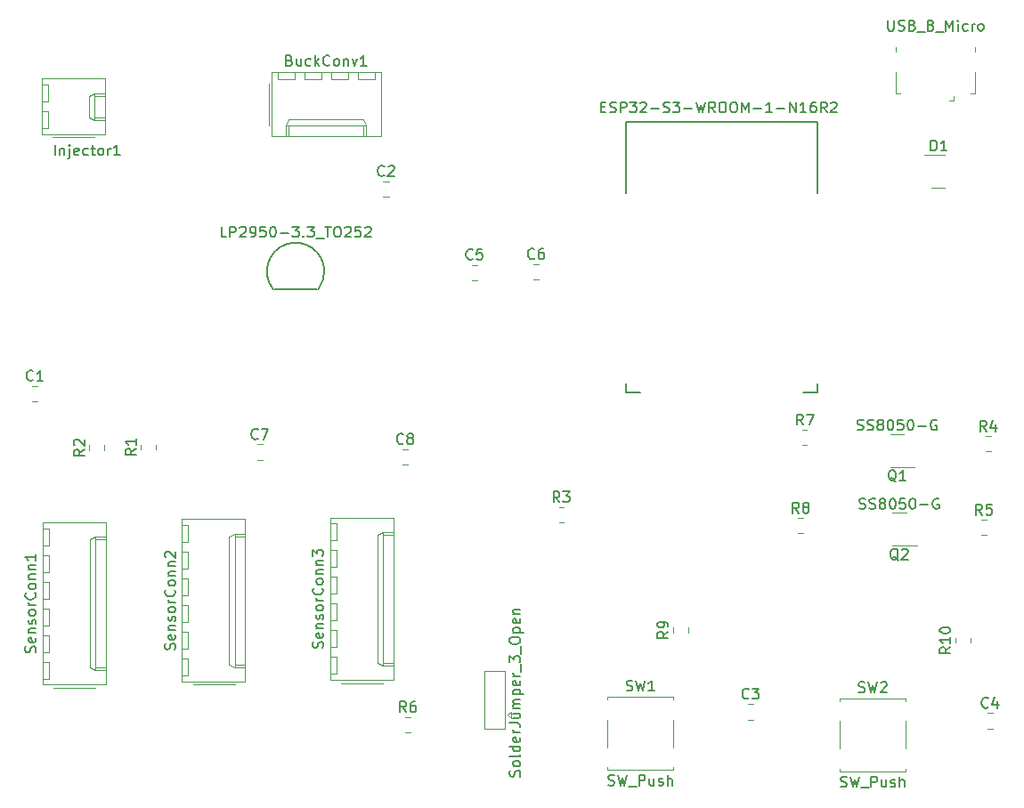
<source format=gto>
%TF.GenerationSoftware,KiCad,Pcbnew,7.0.10*%
%TF.CreationDate,2024-03-26T17:38:47-05:00*%
%TF.ProjectId,smart_helmet,736d6172-745f-4686-956c-6d65742e6b69,rev?*%
%TF.SameCoordinates,Original*%
%TF.FileFunction,Legend,Top*%
%TF.FilePolarity,Positive*%
%FSLAX46Y46*%
G04 Gerber Fmt 4.6, Leading zero omitted, Abs format (unit mm)*
G04 Created by KiCad (PCBNEW 7.0.10) date 2024-03-26 17:38:47*
%MOMM*%
%LPD*%
G01*
G04 APERTURE LIST*
%ADD10C,0.150000*%
%ADD11C,0.120000*%
%ADD12C,0.152400*%
G04 APERTURE END LIST*
D10*
X131381605Y-85963171D02*
X131333986Y-86010791D01*
X131333986Y-86010791D02*
X131191129Y-86058410D01*
X131191129Y-86058410D02*
X131095891Y-86058410D01*
X131095891Y-86058410D02*
X130953034Y-86010791D01*
X130953034Y-86010791D02*
X130857796Y-85915552D01*
X130857796Y-85915552D02*
X130810177Y-85820314D01*
X130810177Y-85820314D02*
X130762558Y-85629838D01*
X130762558Y-85629838D02*
X130762558Y-85486981D01*
X130762558Y-85486981D02*
X130810177Y-85296505D01*
X130810177Y-85296505D02*
X130857796Y-85201267D01*
X130857796Y-85201267D02*
X130953034Y-85106029D01*
X130953034Y-85106029D02*
X131095891Y-85058410D01*
X131095891Y-85058410D02*
X131191129Y-85058410D01*
X131191129Y-85058410D02*
X131333986Y-85106029D01*
X131333986Y-85106029D02*
X131381605Y-85153648D01*
X132333986Y-86058410D02*
X131762558Y-86058410D01*
X132048272Y-86058410D02*
X132048272Y-85058410D01*
X132048272Y-85058410D02*
X131953034Y-85201267D01*
X131953034Y-85201267D02*
X131857796Y-85296505D01*
X131857796Y-85296505D02*
X131762558Y-85344124D01*
X181427563Y-97595963D02*
X181094230Y-97119772D01*
X180856135Y-97595963D02*
X180856135Y-96595963D01*
X180856135Y-96595963D02*
X181237087Y-96595963D01*
X181237087Y-96595963D02*
X181332325Y-96643582D01*
X181332325Y-96643582D02*
X181379944Y-96691201D01*
X181379944Y-96691201D02*
X181427563Y-96786439D01*
X181427563Y-96786439D02*
X181427563Y-96929296D01*
X181427563Y-96929296D02*
X181379944Y-97024534D01*
X181379944Y-97024534D02*
X181332325Y-97072153D01*
X181332325Y-97072153D02*
X181237087Y-97119772D01*
X181237087Y-97119772D02*
X180856135Y-97119772D01*
X181760897Y-96595963D02*
X182379944Y-96595963D01*
X182379944Y-96595963D02*
X182046611Y-96976915D01*
X182046611Y-96976915D02*
X182189468Y-96976915D01*
X182189468Y-96976915D02*
X182284706Y-97024534D01*
X182284706Y-97024534D02*
X182332325Y-97072153D01*
X182332325Y-97072153D02*
X182379944Y-97167391D01*
X182379944Y-97167391D02*
X182379944Y-97405486D01*
X182379944Y-97405486D02*
X182332325Y-97500724D01*
X182332325Y-97500724D02*
X182284706Y-97548344D01*
X182284706Y-97548344D02*
X182189468Y-97595963D01*
X182189468Y-97595963D02*
X181903754Y-97595963D01*
X181903754Y-97595963D02*
X181808516Y-97548344D01*
X181808516Y-97548344D02*
X181760897Y-97500724D01*
X166575051Y-91979538D02*
X166527432Y-92027158D01*
X166527432Y-92027158D02*
X166384575Y-92074777D01*
X166384575Y-92074777D02*
X166289337Y-92074777D01*
X166289337Y-92074777D02*
X166146480Y-92027158D01*
X166146480Y-92027158D02*
X166051242Y-91931919D01*
X166051242Y-91931919D02*
X166003623Y-91836681D01*
X166003623Y-91836681D02*
X165956004Y-91646205D01*
X165956004Y-91646205D02*
X165956004Y-91503348D01*
X165956004Y-91503348D02*
X166003623Y-91312872D01*
X166003623Y-91312872D02*
X166051242Y-91217634D01*
X166051242Y-91217634D02*
X166146480Y-91122396D01*
X166146480Y-91122396D02*
X166289337Y-91074777D01*
X166289337Y-91074777D02*
X166384575Y-91074777D01*
X166384575Y-91074777D02*
X166527432Y-91122396D01*
X166527432Y-91122396D02*
X166575051Y-91170015D01*
X167146480Y-91503348D02*
X167051242Y-91455729D01*
X167051242Y-91455729D02*
X167003623Y-91408110D01*
X167003623Y-91408110D02*
X166956004Y-91312872D01*
X166956004Y-91312872D02*
X166956004Y-91265253D01*
X166956004Y-91265253D02*
X167003623Y-91170015D01*
X167003623Y-91170015D02*
X167051242Y-91122396D01*
X167051242Y-91122396D02*
X167146480Y-91074777D01*
X167146480Y-91074777D02*
X167336956Y-91074777D01*
X167336956Y-91074777D02*
X167432194Y-91122396D01*
X167432194Y-91122396D02*
X167479813Y-91170015D01*
X167479813Y-91170015D02*
X167527432Y-91265253D01*
X167527432Y-91265253D02*
X167527432Y-91312872D01*
X167527432Y-91312872D02*
X167479813Y-91408110D01*
X167479813Y-91408110D02*
X167432194Y-91455729D01*
X167432194Y-91455729D02*
X167336956Y-91503348D01*
X167336956Y-91503348D02*
X167146480Y-91503348D01*
X167146480Y-91503348D02*
X167051242Y-91550967D01*
X167051242Y-91550967D02*
X167003623Y-91598586D01*
X167003623Y-91598586D02*
X166956004Y-91693824D01*
X166956004Y-91693824D02*
X166956004Y-91884300D01*
X166956004Y-91884300D02*
X167003623Y-91979538D01*
X167003623Y-91979538D02*
X167051242Y-92027158D01*
X167051242Y-92027158D02*
X167146480Y-92074777D01*
X167146480Y-92074777D02*
X167336956Y-92074777D01*
X167336956Y-92074777D02*
X167432194Y-92027158D01*
X167432194Y-92027158D02*
X167479813Y-91979538D01*
X167479813Y-91979538D02*
X167527432Y-91884300D01*
X167527432Y-91884300D02*
X167527432Y-91693824D01*
X167527432Y-91693824D02*
X167479813Y-91598586D01*
X167479813Y-91598586D02*
X167432194Y-91550967D01*
X167432194Y-91550967D02*
X167336956Y-91503348D01*
X158922869Y-111449360D02*
X158970488Y-111306503D01*
X158970488Y-111306503D02*
X158970488Y-111068408D01*
X158970488Y-111068408D02*
X158922869Y-110973170D01*
X158922869Y-110973170D02*
X158875249Y-110925551D01*
X158875249Y-110925551D02*
X158780011Y-110877932D01*
X158780011Y-110877932D02*
X158684773Y-110877932D01*
X158684773Y-110877932D02*
X158589535Y-110925551D01*
X158589535Y-110925551D02*
X158541916Y-110973170D01*
X158541916Y-110973170D02*
X158494297Y-111068408D01*
X158494297Y-111068408D02*
X158446678Y-111258884D01*
X158446678Y-111258884D02*
X158399059Y-111354122D01*
X158399059Y-111354122D02*
X158351440Y-111401741D01*
X158351440Y-111401741D02*
X158256202Y-111449360D01*
X158256202Y-111449360D02*
X158160964Y-111449360D01*
X158160964Y-111449360D02*
X158065726Y-111401741D01*
X158065726Y-111401741D02*
X158018107Y-111354122D01*
X158018107Y-111354122D02*
X157970488Y-111258884D01*
X157970488Y-111258884D02*
X157970488Y-111020789D01*
X157970488Y-111020789D02*
X158018107Y-110877932D01*
X158922869Y-110068408D02*
X158970488Y-110163646D01*
X158970488Y-110163646D02*
X158970488Y-110354122D01*
X158970488Y-110354122D02*
X158922869Y-110449360D01*
X158922869Y-110449360D02*
X158827630Y-110496979D01*
X158827630Y-110496979D02*
X158446678Y-110496979D01*
X158446678Y-110496979D02*
X158351440Y-110449360D01*
X158351440Y-110449360D02*
X158303821Y-110354122D01*
X158303821Y-110354122D02*
X158303821Y-110163646D01*
X158303821Y-110163646D02*
X158351440Y-110068408D01*
X158351440Y-110068408D02*
X158446678Y-110020789D01*
X158446678Y-110020789D02*
X158541916Y-110020789D01*
X158541916Y-110020789D02*
X158637154Y-110496979D01*
X158303821Y-109592217D02*
X158970488Y-109592217D01*
X158399059Y-109592217D02*
X158351440Y-109544598D01*
X158351440Y-109544598D02*
X158303821Y-109449360D01*
X158303821Y-109449360D02*
X158303821Y-109306503D01*
X158303821Y-109306503D02*
X158351440Y-109211265D01*
X158351440Y-109211265D02*
X158446678Y-109163646D01*
X158446678Y-109163646D02*
X158970488Y-109163646D01*
X158922869Y-108735074D02*
X158970488Y-108639836D01*
X158970488Y-108639836D02*
X158970488Y-108449360D01*
X158970488Y-108449360D02*
X158922869Y-108354122D01*
X158922869Y-108354122D02*
X158827630Y-108306503D01*
X158827630Y-108306503D02*
X158780011Y-108306503D01*
X158780011Y-108306503D02*
X158684773Y-108354122D01*
X158684773Y-108354122D02*
X158637154Y-108449360D01*
X158637154Y-108449360D02*
X158637154Y-108592217D01*
X158637154Y-108592217D02*
X158589535Y-108687455D01*
X158589535Y-108687455D02*
X158494297Y-108735074D01*
X158494297Y-108735074D02*
X158446678Y-108735074D01*
X158446678Y-108735074D02*
X158351440Y-108687455D01*
X158351440Y-108687455D02*
X158303821Y-108592217D01*
X158303821Y-108592217D02*
X158303821Y-108449360D01*
X158303821Y-108449360D02*
X158351440Y-108354122D01*
X158970488Y-107735074D02*
X158922869Y-107830312D01*
X158922869Y-107830312D02*
X158875249Y-107877931D01*
X158875249Y-107877931D02*
X158780011Y-107925550D01*
X158780011Y-107925550D02*
X158494297Y-107925550D01*
X158494297Y-107925550D02*
X158399059Y-107877931D01*
X158399059Y-107877931D02*
X158351440Y-107830312D01*
X158351440Y-107830312D02*
X158303821Y-107735074D01*
X158303821Y-107735074D02*
X158303821Y-107592217D01*
X158303821Y-107592217D02*
X158351440Y-107496979D01*
X158351440Y-107496979D02*
X158399059Y-107449360D01*
X158399059Y-107449360D02*
X158494297Y-107401741D01*
X158494297Y-107401741D02*
X158780011Y-107401741D01*
X158780011Y-107401741D02*
X158875249Y-107449360D01*
X158875249Y-107449360D02*
X158922869Y-107496979D01*
X158922869Y-107496979D02*
X158970488Y-107592217D01*
X158970488Y-107592217D02*
X158970488Y-107735074D01*
X158970488Y-106973169D02*
X158303821Y-106973169D01*
X158494297Y-106973169D02*
X158399059Y-106925550D01*
X158399059Y-106925550D02*
X158351440Y-106877931D01*
X158351440Y-106877931D02*
X158303821Y-106782693D01*
X158303821Y-106782693D02*
X158303821Y-106687455D01*
X158875249Y-105782693D02*
X158922869Y-105830312D01*
X158922869Y-105830312D02*
X158970488Y-105973169D01*
X158970488Y-105973169D02*
X158970488Y-106068407D01*
X158970488Y-106068407D02*
X158922869Y-106211264D01*
X158922869Y-106211264D02*
X158827630Y-106306502D01*
X158827630Y-106306502D02*
X158732392Y-106354121D01*
X158732392Y-106354121D02*
X158541916Y-106401740D01*
X158541916Y-106401740D02*
X158399059Y-106401740D01*
X158399059Y-106401740D02*
X158208583Y-106354121D01*
X158208583Y-106354121D02*
X158113345Y-106306502D01*
X158113345Y-106306502D02*
X158018107Y-106211264D01*
X158018107Y-106211264D02*
X157970488Y-106068407D01*
X157970488Y-106068407D02*
X157970488Y-105973169D01*
X157970488Y-105973169D02*
X158018107Y-105830312D01*
X158018107Y-105830312D02*
X158065726Y-105782693D01*
X158970488Y-105211264D02*
X158922869Y-105306502D01*
X158922869Y-105306502D02*
X158875249Y-105354121D01*
X158875249Y-105354121D02*
X158780011Y-105401740D01*
X158780011Y-105401740D02*
X158494297Y-105401740D01*
X158494297Y-105401740D02*
X158399059Y-105354121D01*
X158399059Y-105354121D02*
X158351440Y-105306502D01*
X158351440Y-105306502D02*
X158303821Y-105211264D01*
X158303821Y-105211264D02*
X158303821Y-105068407D01*
X158303821Y-105068407D02*
X158351440Y-104973169D01*
X158351440Y-104973169D02*
X158399059Y-104925550D01*
X158399059Y-104925550D02*
X158494297Y-104877931D01*
X158494297Y-104877931D02*
X158780011Y-104877931D01*
X158780011Y-104877931D02*
X158875249Y-104925550D01*
X158875249Y-104925550D02*
X158922869Y-104973169D01*
X158922869Y-104973169D02*
X158970488Y-105068407D01*
X158970488Y-105068407D02*
X158970488Y-105211264D01*
X158303821Y-104449359D02*
X158970488Y-104449359D01*
X158399059Y-104449359D02*
X158351440Y-104401740D01*
X158351440Y-104401740D02*
X158303821Y-104306502D01*
X158303821Y-104306502D02*
X158303821Y-104163645D01*
X158303821Y-104163645D02*
X158351440Y-104068407D01*
X158351440Y-104068407D02*
X158446678Y-104020788D01*
X158446678Y-104020788D02*
X158970488Y-104020788D01*
X158303821Y-103544597D02*
X158970488Y-103544597D01*
X158399059Y-103544597D02*
X158351440Y-103496978D01*
X158351440Y-103496978D02*
X158303821Y-103401740D01*
X158303821Y-103401740D02*
X158303821Y-103258883D01*
X158303821Y-103258883D02*
X158351440Y-103163645D01*
X158351440Y-103163645D02*
X158446678Y-103116026D01*
X158446678Y-103116026D02*
X158970488Y-103116026D01*
X157970488Y-102735073D02*
X157970488Y-102116026D01*
X157970488Y-102116026D02*
X158351440Y-102449359D01*
X158351440Y-102449359D02*
X158351440Y-102306502D01*
X158351440Y-102306502D02*
X158399059Y-102211264D01*
X158399059Y-102211264D02*
X158446678Y-102163645D01*
X158446678Y-102163645D02*
X158541916Y-102116026D01*
X158541916Y-102116026D02*
X158780011Y-102116026D01*
X158780011Y-102116026D02*
X158875249Y-102163645D01*
X158875249Y-102163645D02*
X158922869Y-102211264D01*
X158922869Y-102211264D02*
X158970488Y-102306502D01*
X158970488Y-102306502D02*
X158970488Y-102592216D01*
X158970488Y-102592216D02*
X158922869Y-102687454D01*
X158922869Y-102687454D02*
X158875249Y-102735073D01*
X177639861Y-123698099D02*
X177687480Y-123555242D01*
X177687480Y-123555242D02*
X177687480Y-123317147D01*
X177687480Y-123317147D02*
X177639861Y-123221909D01*
X177639861Y-123221909D02*
X177592241Y-123174290D01*
X177592241Y-123174290D02*
X177497003Y-123126671D01*
X177497003Y-123126671D02*
X177401765Y-123126671D01*
X177401765Y-123126671D02*
X177306527Y-123174290D01*
X177306527Y-123174290D02*
X177258908Y-123221909D01*
X177258908Y-123221909D02*
X177211289Y-123317147D01*
X177211289Y-123317147D02*
X177163670Y-123507623D01*
X177163670Y-123507623D02*
X177116051Y-123602861D01*
X177116051Y-123602861D02*
X177068432Y-123650480D01*
X177068432Y-123650480D02*
X176973194Y-123698099D01*
X176973194Y-123698099D02*
X176877956Y-123698099D01*
X176877956Y-123698099D02*
X176782718Y-123650480D01*
X176782718Y-123650480D02*
X176735099Y-123602861D01*
X176735099Y-123602861D02*
X176687480Y-123507623D01*
X176687480Y-123507623D02*
X176687480Y-123269528D01*
X176687480Y-123269528D02*
X176735099Y-123126671D01*
X177687480Y-122555242D02*
X177639861Y-122650480D01*
X177639861Y-122650480D02*
X177592241Y-122698099D01*
X177592241Y-122698099D02*
X177497003Y-122745718D01*
X177497003Y-122745718D02*
X177211289Y-122745718D01*
X177211289Y-122745718D02*
X177116051Y-122698099D01*
X177116051Y-122698099D02*
X177068432Y-122650480D01*
X177068432Y-122650480D02*
X177020813Y-122555242D01*
X177020813Y-122555242D02*
X177020813Y-122412385D01*
X177020813Y-122412385D02*
X177068432Y-122317147D01*
X177068432Y-122317147D02*
X177116051Y-122269528D01*
X177116051Y-122269528D02*
X177211289Y-122221909D01*
X177211289Y-122221909D02*
X177497003Y-122221909D01*
X177497003Y-122221909D02*
X177592241Y-122269528D01*
X177592241Y-122269528D02*
X177639861Y-122317147D01*
X177639861Y-122317147D02*
X177687480Y-122412385D01*
X177687480Y-122412385D02*
X177687480Y-122555242D01*
X177687480Y-121650480D02*
X177639861Y-121745718D01*
X177639861Y-121745718D02*
X177544622Y-121793337D01*
X177544622Y-121793337D02*
X176687480Y-121793337D01*
X177687480Y-120840956D02*
X176687480Y-120840956D01*
X177639861Y-120840956D02*
X177687480Y-120936194D01*
X177687480Y-120936194D02*
X177687480Y-121126670D01*
X177687480Y-121126670D02*
X177639861Y-121221908D01*
X177639861Y-121221908D02*
X177592241Y-121269527D01*
X177592241Y-121269527D02*
X177497003Y-121317146D01*
X177497003Y-121317146D02*
X177211289Y-121317146D01*
X177211289Y-121317146D02*
X177116051Y-121269527D01*
X177116051Y-121269527D02*
X177068432Y-121221908D01*
X177068432Y-121221908D02*
X177020813Y-121126670D01*
X177020813Y-121126670D02*
X177020813Y-120936194D01*
X177020813Y-120936194D02*
X177068432Y-120840956D01*
X177639861Y-119983813D02*
X177687480Y-120079051D01*
X177687480Y-120079051D02*
X177687480Y-120269527D01*
X177687480Y-120269527D02*
X177639861Y-120364765D01*
X177639861Y-120364765D02*
X177544622Y-120412384D01*
X177544622Y-120412384D02*
X177163670Y-120412384D01*
X177163670Y-120412384D02*
X177068432Y-120364765D01*
X177068432Y-120364765D02*
X177020813Y-120269527D01*
X177020813Y-120269527D02*
X177020813Y-120079051D01*
X177020813Y-120079051D02*
X177068432Y-119983813D01*
X177068432Y-119983813D02*
X177163670Y-119936194D01*
X177163670Y-119936194D02*
X177258908Y-119936194D01*
X177258908Y-119936194D02*
X177354146Y-120412384D01*
X177687480Y-119507622D02*
X177020813Y-119507622D01*
X177211289Y-119507622D02*
X177116051Y-119460003D01*
X177116051Y-119460003D02*
X177068432Y-119412384D01*
X177068432Y-119412384D02*
X177020813Y-119317146D01*
X177020813Y-119317146D02*
X177020813Y-119221908D01*
X176687480Y-118602860D02*
X177401765Y-118602860D01*
X177401765Y-118602860D02*
X177544622Y-118650479D01*
X177544622Y-118650479D02*
X177639861Y-118745717D01*
X177639861Y-118745717D02*
X177687480Y-118888574D01*
X177687480Y-118888574D02*
X177687480Y-118983812D01*
X177020813Y-117698098D02*
X177687480Y-117698098D01*
X177020813Y-118126669D02*
X177544622Y-118126669D01*
X177544622Y-118126669D02*
X177639861Y-118079050D01*
X177639861Y-118079050D02*
X177687480Y-117983812D01*
X177687480Y-117983812D02*
X177687480Y-117840955D01*
X177687480Y-117840955D02*
X177639861Y-117745717D01*
X177639861Y-117745717D02*
X177592241Y-117698098D01*
X177687480Y-117221907D02*
X177020813Y-117221907D01*
X177116051Y-117221907D02*
X177068432Y-117174288D01*
X177068432Y-117174288D02*
X177020813Y-117079050D01*
X177020813Y-117079050D02*
X177020813Y-116936193D01*
X177020813Y-116936193D02*
X177068432Y-116840955D01*
X177068432Y-116840955D02*
X177163670Y-116793336D01*
X177163670Y-116793336D02*
X177687480Y-116793336D01*
X177163670Y-116793336D02*
X177068432Y-116745717D01*
X177068432Y-116745717D02*
X177020813Y-116650479D01*
X177020813Y-116650479D02*
X177020813Y-116507622D01*
X177020813Y-116507622D02*
X177068432Y-116412383D01*
X177068432Y-116412383D02*
X177163670Y-116364764D01*
X177163670Y-116364764D02*
X177687480Y-116364764D01*
X177020813Y-115888574D02*
X178020813Y-115888574D01*
X177068432Y-115888574D02*
X177020813Y-115793336D01*
X177020813Y-115793336D02*
X177020813Y-115602860D01*
X177020813Y-115602860D02*
X177068432Y-115507622D01*
X177068432Y-115507622D02*
X177116051Y-115460003D01*
X177116051Y-115460003D02*
X177211289Y-115412384D01*
X177211289Y-115412384D02*
X177497003Y-115412384D01*
X177497003Y-115412384D02*
X177592241Y-115460003D01*
X177592241Y-115460003D02*
X177639861Y-115507622D01*
X177639861Y-115507622D02*
X177687480Y-115602860D01*
X177687480Y-115602860D02*
X177687480Y-115793336D01*
X177687480Y-115793336D02*
X177639861Y-115888574D01*
X177639861Y-114602860D02*
X177687480Y-114698098D01*
X177687480Y-114698098D02*
X177687480Y-114888574D01*
X177687480Y-114888574D02*
X177639861Y-114983812D01*
X177639861Y-114983812D02*
X177544622Y-115031431D01*
X177544622Y-115031431D02*
X177163670Y-115031431D01*
X177163670Y-115031431D02*
X177068432Y-114983812D01*
X177068432Y-114983812D02*
X177020813Y-114888574D01*
X177020813Y-114888574D02*
X177020813Y-114698098D01*
X177020813Y-114698098D02*
X177068432Y-114602860D01*
X177068432Y-114602860D02*
X177163670Y-114555241D01*
X177163670Y-114555241D02*
X177258908Y-114555241D01*
X177258908Y-114555241D02*
X177354146Y-115031431D01*
X177687480Y-114126669D02*
X177020813Y-114126669D01*
X177211289Y-114126669D02*
X177116051Y-114079050D01*
X177116051Y-114079050D02*
X177068432Y-114031431D01*
X177068432Y-114031431D02*
X177020813Y-113936193D01*
X177020813Y-113936193D02*
X177020813Y-113840955D01*
X177782718Y-113745717D02*
X177782718Y-112983812D01*
X176687480Y-112840954D02*
X176687480Y-112221907D01*
X176687480Y-112221907D02*
X177068432Y-112555240D01*
X177068432Y-112555240D02*
X177068432Y-112412383D01*
X177068432Y-112412383D02*
X177116051Y-112317145D01*
X177116051Y-112317145D02*
X177163670Y-112269526D01*
X177163670Y-112269526D02*
X177258908Y-112221907D01*
X177258908Y-112221907D02*
X177497003Y-112221907D01*
X177497003Y-112221907D02*
X177592241Y-112269526D01*
X177592241Y-112269526D02*
X177639861Y-112317145D01*
X177639861Y-112317145D02*
X177687480Y-112412383D01*
X177687480Y-112412383D02*
X177687480Y-112698097D01*
X177687480Y-112698097D02*
X177639861Y-112793335D01*
X177639861Y-112793335D02*
X177592241Y-112840954D01*
X177782718Y-112031431D02*
X177782718Y-111269526D01*
X176687480Y-110840954D02*
X176687480Y-110650478D01*
X176687480Y-110650478D02*
X176735099Y-110555240D01*
X176735099Y-110555240D02*
X176830337Y-110460002D01*
X176830337Y-110460002D02*
X177020813Y-110412383D01*
X177020813Y-110412383D02*
X177354146Y-110412383D01*
X177354146Y-110412383D02*
X177544622Y-110460002D01*
X177544622Y-110460002D02*
X177639861Y-110555240D01*
X177639861Y-110555240D02*
X177687480Y-110650478D01*
X177687480Y-110650478D02*
X177687480Y-110840954D01*
X177687480Y-110840954D02*
X177639861Y-110936192D01*
X177639861Y-110936192D02*
X177544622Y-111031430D01*
X177544622Y-111031430D02*
X177354146Y-111079049D01*
X177354146Y-111079049D02*
X177020813Y-111079049D01*
X177020813Y-111079049D02*
X176830337Y-111031430D01*
X176830337Y-111031430D02*
X176735099Y-110936192D01*
X176735099Y-110936192D02*
X176687480Y-110840954D01*
X177020813Y-109983811D02*
X178020813Y-109983811D01*
X177068432Y-109983811D02*
X177020813Y-109888573D01*
X177020813Y-109888573D02*
X177020813Y-109698097D01*
X177020813Y-109698097D02*
X177068432Y-109602859D01*
X177068432Y-109602859D02*
X177116051Y-109555240D01*
X177116051Y-109555240D02*
X177211289Y-109507621D01*
X177211289Y-109507621D02*
X177497003Y-109507621D01*
X177497003Y-109507621D02*
X177592241Y-109555240D01*
X177592241Y-109555240D02*
X177639861Y-109602859D01*
X177639861Y-109602859D02*
X177687480Y-109698097D01*
X177687480Y-109698097D02*
X177687480Y-109888573D01*
X177687480Y-109888573D02*
X177639861Y-109983811D01*
X177639861Y-108698097D02*
X177687480Y-108793335D01*
X177687480Y-108793335D02*
X177687480Y-108983811D01*
X177687480Y-108983811D02*
X177639861Y-109079049D01*
X177639861Y-109079049D02*
X177544622Y-109126668D01*
X177544622Y-109126668D02*
X177163670Y-109126668D01*
X177163670Y-109126668D02*
X177068432Y-109079049D01*
X177068432Y-109079049D02*
X177020813Y-108983811D01*
X177020813Y-108983811D02*
X177020813Y-108793335D01*
X177020813Y-108793335D02*
X177068432Y-108698097D01*
X177068432Y-108698097D02*
X177163670Y-108650478D01*
X177163670Y-108650478D02*
X177258908Y-108650478D01*
X177258908Y-108650478D02*
X177354146Y-109126668D01*
X177020813Y-108221906D02*
X177687480Y-108221906D01*
X177116051Y-108221906D02*
X177068432Y-108174287D01*
X177068432Y-108174287D02*
X177020813Y-108079049D01*
X177020813Y-108079049D02*
X177020813Y-107936192D01*
X177020813Y-107936192D02*
X177068432Y-107840954D01*
X177068432Y-107840954D02*
X177163670Y-107793335D01*
X177163670Y-107793335D02*
X177687480Y-107793335D01*
X204196316Y-98629405D02*
X203862983Y-98153214D01*
X203624888Y-98629405D02*
X203624888Y-97629405D01*
X203624888Y-97629405D02*
X204005840Y-97629405D01*
X204005840Y-97629405D02*
X204101078Y-97677024D01*
X204101078Y-97677024D02*
X204148697Y-97724643D01*
X204148697Y-97724643D02*
X204196316Y-97819881D01*
X204196316Y-97819881D02*
X204196316Y-97962738D01*
X204196316Y-97962738D02*
X204148697Y-98057976D01*
X204148697Y-98057976D02*
X204101078Y-98105595D01*
X204101078Y-98105595D02*
X204005840Y-98153214D01*
X204005840Y-98153214D02*
X203624888Y-98153214D01*
X204767745Y-98057976D02*
X204672507Y-98010357D01*
X204672507Y-98010357D02*
X204624888Y-97962738D01*
X204624888Y-97962738D02*
X204577269Y-97867500D01*
X204577269Y-97867500D02*
X204577269Y-97819881D01*
X204577269Y-97819881D02*
X204624888Y-97724643D01*
X204624888Y-97724643D02*
X204672507Y-97677024D01*
X204672507Y-97677024D02*
X204767745Y-97629405D01*
X204767745Y-97629405D02*
X204958221Y-97629405D01*
X204958221Y-97629405D02*
X205053459Y-97677024D01*
X205053459Y-97677024D02*
X205101078Y-97724643D01*
X205101078Y-97724643D02*
X205148697Y-97819881D01*
X205148697Y-97819881D02*
X205148697Y-97867500D01*
X205148697Y-97867500D02*
X205101078Y-97962738D01*
X205101078Y-97962738D02*
X205053459Y-98010357D01*
X205053459Y-98010357D02*
X204958221Y-98057976D01*
X204958221Y-98057976D02*
X204767745Y-98057976D01*
X204767745Y-98057976D02*
X204672507Y-98105595D01*
X204672507Y-98105595D02*
X204624888Y-98153214D01*
X204624888Y-98153214D02*
X204577269Y-98248452D01*
X204577269Y-98248452D02*
X204577269Y-98438928D01*
X204577269Y-98438928D02*
X204624888Y-98534166D01*
X204624888Y-98534166D02*
X204672507Y-98581786D01*
X204672507Y-98581786D02*
X204767745Y-98629405D01*
X204767745Y-98629405D02*
X204958221Y-98629405D01*
X204958221Y-98629405D02*
X205053459Y-98581786D01*
X205053459Y-98581786D02*
X205101078Y-98534166D01*
X205101078Y-98534166D02*
X205148697Y-98438928D01*
X205148697Y-98438928D02*
X205148697Y-98248452D01*
X205148697Y-98248452D02*
X205101078Y-98153214D01*
X205101078Y-98153214D02*
X205053459Y-98105595D01*
X205053459Y-98105595D02*
X204958221Y-98057976D01*
X185373989Y-60003286D02*
X185707322Y-60003286D01*
X185850179Y-60527096D02*
X185373989Y-60527096D01*
X185373989Y-60527096D02*
X185373989Y-59527096D01*
X185373989Y-59527096D02*
X185850179Y-59527096D01*
X186231132Y-60479477D02*
X186373989Y-60527096D01*
X186373989Y-60527096D02*
X186612084Y-60527096D01*
X186612084Y-60527096D02*
X186707322Y-60479477D01*
X186707322Y-60479477D02*
X186754941Y-60431857D01*
X186754941Y-60431857D02*
X186802560Y-60336619D01*
X186802560Y-60336619D02*
X186802560Y-60241381D01*
X186802560Y-60241381D02*
X186754941Y-60146143D01*
X186754941Y-60146143D02*
X186707322Y-60098524D01*
X186707322Y-60098524D02*
X186612084Y-60050905D01*
X186612084Y-60050905D02*
X186421608Y-60003286D01*
X186421608Y-60003286D02*
X186326370Y-59955667D01*
X186326370Y-59955667D02*
X186278751Y-59908048D01*
X186278751Y-59908048D02*
X186231132Y-59812810D01*
X186231132Y-59812810D02*
X186231132Y-59717572D01*
X186231132Y-59717572D02*
X186278751Y-59622334D01*
X186278751Y-59622334D02*
X186326370Y-59574715D01*
X186326370Y-59574715D02*
X186421608Y-59527096D01*
X186421608Y-59527096D02*
X186659703Y-59527096D01*
X186659703Y-59527096D02*
X186802560Y-59574715D01*
X187231132Y-60527096D02*
X187231132Y-59527096D01*
X187231132Y-59527096D02*
X187612084Y-59527096D01*
X187612084Y-59527096D02*
X187707322Y-59574715D01*
X187707322Y-59574715D02*
X187754941Y-59622334D01*
X187754941Y-59622334D02*
X187802560Y-59717572D01*
X187802560Y-59717572D02*
X187802560Y-59860429D01*
X187802560Y-59860429D02*
X187754941Y-59955667D01*
X187754941Y-59955667D02*
X187707322Y-60003286D01*
X187707322Y-60003286D02*
X187612084Y-60050905D01*
X187612084Y-60050905D02*
X187231132Y-60050905D01*
X188135894Y-59527096D02*
X188754941Y-59527096D01*
X188754941Y-59527096D02*
X188421608Y-59908048D01*
X188421608Y-59908048D02*
X188564465Y-59908048D01*
X188564465Y-59908048D02*
X188659703Y-59955667D01*
X188659703Y-59955667D02*
X188707322Y-60003286D01*
X188707322Y-60003286D02*
X188754941Y-60098524D01*
X188754941Y-60098524D02*
X188754941Y-60336619D01*
X188754941Y-60336619D02*
X188707322Y-60431857D01*
X188707322Y-60431857D02*
X188659703Y-60479477D01*
X188659703Y-60479477D02*
X188564465Y-60527096D01*
X188564465Y-60527096D02*
X188278751Y-60527096D01*
X188278751Y-60527096D02*
X188183513Y-60479477D01*
X188183513Y-60479477D02*
X188135894Y-60431857D01*
X189135894Y-59622334D02*
X189183513Y-59574715D01*
X189183513Y-59574715D02*
X189278751Y-59527096D01*
X189278751Y-59527096D02*
X189516846Y-59527096D01*
X189516846Y-59527096D02*
X189612084Y-59574715D01*
X189612084Y-59574715D02*
X189659703Y-59622334D01*
X189659703Y-59622334D02*
X189707322Y-59717572D01*
X189707322Y-59717572D02*
X189707322Y-59812810D01*
X189707322Y-59812810D02*
X189659703Y-59955667D01*
X189659703Y-59955667D02*
X189088275Y-60527096D01*
X189088275Y-60527096D02*
X189707322Y-60527096D01*
X190135894Y-60146143D02*
X190897799Y-60146143D01*
X191326370Y-60479477D02*
X191469227Y-60527096D01*
X191469227Y-60527096D02*
X191707322Y-60527096D01*
X191707322Y-60527096D02*
X191802560Y-60479477D01*
X191802560Y-60479477D02*
X191850179Y-60431857D01*
X191850179Y-60431857D02*
X191897798Y-60336619D01*
X191897798Y-60336619D02*
X191897798Y-60241381D01*
X191897798Y-60241381D02*
X191850179Y-60146143D01*
X191850179Y-60146143D02*
X191802560Y-60098524D01*
X191802560Y-60098524D02*
X191707322Y-60050905D01*
X191707322Y-60050905D02*
X191516846Y-60003286D01*
X191516846Y-60003286D02*
X191421608Y-59955667D01*
X191421608Y-59955667D02*
X191373989Y-59908048D01*
X191373989Y-59908048D02*
X191326370Y-59812810D01*
X191326370Y-59812810D02*
X191326370Y-59717572D01*
X191326370Y-59717572D02*
X191373989Y-59622334D01*
X191373989Y-59622334D02*
X191421608Y-59574715D01*
X191421608Y-59574715D02*
X191516846Y-59527096D01*
X191516846Y-59527096D02*
X191754941Y-59527096D01*
X191754941Y-59527096D02*
X191897798Y-59574715D01*
X192231132Y-59527096D02*
X192850179Y-59527096D01*
X192850179Y-59527096D02*
X192516846Y-59908048D01*
X192516846Y-59908048D02*
X192659703Y-59908048D01*
X192659703Y-59908048D02*
X192754941Y-59955667D01*
X192754941Y-59955667D02*
X192802560Y-60003286D01*
X192802560Y-60003286D02*
X192850179Y-60098524D01*
X192850179Y-60098524D02*
X192850179Y-60336619D01*
X192850179Y-60336619D02*
X192802560Y-60431857D01*
X192802560Y-60431857D02*
X192754941Y-60479477D01*
X192754941Y-60479477D02*
X192659703Y-60527096D01*
X192659703Y-60527096D02*
X192373989Y-60527096D01*
X192373989Y-60527096D02*
X192278751Y-60479477D01*
X192278751Y-60479477D02*
X192231132Y-60431857D01*
X193278751Y-60146143D02*
X194040656Y-60146143D01*
X194421608Y-59527096D02*
X194659703Y-60527096D01*
X194659703Y-60527096D02*
X194850179Y-59812810D01*
X194850179Y-59812810D02*
X195040655Y-60527096D01*
X195040655Y-60527096D02*
X195278751Y-59527096D01*
X196231131Y-60527096D02*
X195897798Y-60050905D01*
X195659703Y-60527096D02*
X195659703Y-59527096D01*
X195659703Y-59527096D02*
X196040655Y-59527096D01*
X196040655Y-59527096D02*
X196135893Y-59574715D01*
X196135893Y-59574715D02*
X196183512Y-59622334D01*
X196183512Y-59622334D02*
X196231131Y-59717572D01*
X196231131Y-59717572D02*
X196231131Y-59860429D01*
X196231131Y-59860429D02*
X196183512Y-59955667D01*
X196183512Y-59955667D02*
X196135893Y-60003286D01*
X196135893Y-60003286D02*
X196040655Y-60050905D01*
X196040655Y-60050905D02*
X195659703Y-60050905D01*
X196850179Y-59527096D02*
X197040655Y-59527096D01*
X197040655Y-59527096D02*
X197135893Y-59574715D01*
X197135893Y-59574715D02*
X197231131Y-59669953D01*
X197231131Y-59669953D02*
X197278750Y-59860429D01*
X197278750Y-59860429D02*
X197278750Y-60193762D01*
X197278750Y-60193762D02*
X197231131Y-60384238D01*
X197231131Y-60384238D02*
X197135893Y-60479477D01*
X197135893Y-60479477D02*
X197040655Y-60527096D01*
X197040655Y-60527096D02*
X196850179Y-60527096D01*
X196850179Y-60527096D02*
X196754941Y-60479477D01*
X196754941Y-60479477D02*
X196659703Y-60384238D01*
X196659703Y-60384238D02*
X196612084Y-60193762D01*
X196612084Y-60193762D02*
X196612084Y-59860429D01*
X196612084Y-59860429D02*
X196659703Y-59669953D01*
X196659703Y-59669953D02*
X196754941Y-59574715D01*
X196754941Y-59574715D02*
X196850179Y-59527096D01*
X197897798Y-59527096D02*
X198088274Y-59527096D01*
X198088274Y-59527096D02*
X198183512Y-59574715D01*
X198183512Y-59574715D02*
X198278750Y-59669953D01*
X198278750Y-59669953D02*
X198326369Y-59860429D01*
X198326369Y-59860429D02*
X198326369Y-60193762D01*
X198326369Y-60193762D02*
X198278750Y-60384238D01*
X198278750Y-60384238D02*
X198183512Y-60479477D01*
X198183512Y-60479477D02*
X198088274Y-60527096D01*
X198088274Y-60527096D02*
X197897798Y-60527096D01*
X197897798Y-60527096D02*
X197802560Y-60479477D01*
X197802560Y-60479477D02*
X197707322Y-60384238D01*
X197707322Y-60384238D02*
X197659703Y-60193762D01*
X197659703Y-60193762D02*
X197659703Y-59860429D01*
X197659703Y-59860429D02*
X197707322Y-59669953D01*
X197707322Y-59669953D02*
X197802560Y-59574715D01*
X197802560Y-59574715D02*
X197897798Y-59527096D01*
X198754941Y-60527096D02*
X198754941Y-59527096D01*
X198754941Y-59527096D02*
X199088274Y-60241381D01*
X199088274Y-60241381D02*
X199421607Y-59527096D01*
X199421607Y-59527096D02*
X199421607Y-60527096D01*
X199897798Y-60146143D02*
X200659703Y-60146143D01*
X201659702Y-60527096D02*
X201088274Y-60527096D01*
X201373988Y-60527096D02*
X201373988Y-59527096D01*
X201373988Y-59527096D02*
X201278750Y-59669953D01*
X201278750Y-59669953D02*
X201183512Y-59765191D01*
X201183512Y-59765191D02*
X201088274Y-59812810D01*
X202088274Y-60146143D02*
X202850179Y-60146143D01*
X203326369Y-60527096D02*
X203326369Y-59527096D01*
X203326369Y-59527096D02*
X203897797Y-60527096D01*
X203897797Y-60527096D02*
X203897797Y-59527096D01*
X204897797Y-60527096D02*
X204326369Y-60527096D01*
X204612083Y-60527096D02*
X204612083Y-59527096D01*
X204612083Y-59527096D02*
X204516845Y-59669953D01*
X204516845Y-59669953D02*
X204421607Y-59765191D01*
X204421607Y-59765191D02*
X204326369Y-59812810D01*
X205754940Y-59527096D02*
X205564464Y-59527096D01*
X205564464Y-59527096D02*
X205469226Y-59574715D01*
X205469226Y-59574715D02*
X205421607Y-59622334D01*
X205421607Y-59622334D02*
X205326369Y-59765191D01*
X205326369Y-59765191D02*
X205278750Y-59955667D01*
X205278750Y-59955667D02*
X205278750Y-60336619D01*
X205278750Y-60336619D02*
X205326369Y-60431857D01*
X205326369Y-60431857D02*
X205373988Y-60479477D01*
X205373988Y-60479477D02*
X205469226Y-60527096D01*
X205469226Y-60527096D02*
X205659702Y-60527096D01*
X205659702Y-60527096D02*
X205754940Y-60479477D01*
X205754940Y-60479477D02*
X205802559Y-60431857D01*
X205802559Y-60431857D02*
X205850178Y-60336619D01*
X205850178Y-60336619D02*
X205850178Y-60098524D01*
X205850178Y-60098524D02*
X205802559Y-60003286D01*
X205802559Y-60003286D02*
X205754940Y-59955667D01*
X205754940Y-59955667D02*
X205659702Y-59908048D01*
X205659702Y-59908048D02*
X205469226Y-59908048D01*
X205469226Y-59908048D02*
X205373988Y-59955667D01*
X205373988Y-59955667D02*
X205326369Y-60003286D01*
X205326369Y-60003286D02*
X205278750Y-60098524D01*
X206850178Y-60527096D02*
X206516845Y-60050905D01*
X206278750Y-60527096D02*
X206278750Y-59527096D01*
X206278750Y-59527096D02*
X206659702Y-59527096D01*
X206659702Y-59527096D02*
X206754940Y-59574715D01*
X206754940Y-59574715D02*
X206802559Y-59622334D01*
X206802559Y-59622334D02*
X206850178Y-59717572D01*
X206850178Y-59717572D02*
X206850178Y-59860429D01*
X206850178Y-59860429D02*
X206802559Y-59955667D01*
X206802559Y-59955667D02*
X206754940Y-60003286D01*
X206754940Y-60003286D02*
X206659702Y-60050905D01*
X206659702Y-60050905D02*
X206278750Y-60050905D01*
X207231131Y-59622334D02*
X207278750Y-59574715D01*
X207278750Y-59574715D02*
X207373988Y-59527096D01*
X207373988Y-59527096D02*
X207612083Y-59527096D01*
X207612083Y-59527096D02*
X207707321Y-59574715D01*
X207707321Y-59574715D02*
X207754940Y-59622334D01*
X207754940Y-59622334D02*
X207802559Y-59717572D01*
X207802559Y-59717572D02*
X207802559Y-59812810D01*
X207802559Y-59812810D02*
X207754940Y-59955667D01*
X207754940Y-59955667D02*
X207183512Y-60527096D01*
X207183512Y-60527096D02*
X207802559Y-60527096D01*
X166851881Y-117561611D02*
X166518548Y-117085420D01*
X166280453Y-117561611D02*
X166280453Y-116561611D01*
X166280453Y-116561611D02*
X166661405Y-116561611D01*
X166661405Y-116561611D02*
X166756643Y-116609230D01*
X166756643Y-116609230D02*
X166804262Y-116656849D01*
X166804262Y-116656849D02*
X166851881Y-116752087D01*
X166851881Y-116752087D02*
X166851881Y-116894944D01*
X166851881Y-116894944D02*
X166804262Y-116990182D01*
X166804262Y-116990182D02*
X166756643Y-117037801D01*
X166756643Y-117037801D02*
X166661405Y-117085420D01*
X166661405Y-117085420D02*
X166280453Y-117085420D01*
X167709024Y-116561611D02*
X167518548Y-116561611D01*
X167518548Y-116561611D02*
X167423310Y-116609230D01*
X167423310Y-116609230D02*
X167375691Y-116656849D01*
X167375691Y-116656849D02*
X167280453Y-116799706D01*
X167280453Y-116799706D02*
X167232834Y-116990182D01*
X167232834Y-116990182D02*
X167232834Y-117371134D01*
X167232834Y-117371134D02*
X167280453Y-117466372D01*
X167280453Y-117466372D02*
X167328072Y-117513992D01*
X167328072Y-117513992D02*
X167423310Y-117561611D01*
X167423310Y-117561611D02*
X167613786Y-117561611D01*
X167613786Y-117561611D02*
X167709024Y-117513992D01*
X167709024Y-117513992D02*
X167756643Y-117466372D01*
X167756643Y-117466372D02*
X167804262Y-117371134D01*
X167804262Y-117371134D02*
X167804262Y-117133039D01*
X167804262Y-117133039D02*
X167756643Y-117037801D01*
X167756643Y-117037801D02*
X167709024Y-116990182D01*
X167709024Y-116990182D02*
X167613786Y-116942563D01*
X167613786Y-116942563D02*
X167423310Y-116942563D01*
X167423310Y-116942563D02*
X167328072Y-116990182D01*
X167328072Y-116990182D02*
X167280453Y-117037801D01*
X167280453Y-117037801D02*
X167232834Y-117133039D01*
X222196711Y-117075878D02*
X222149092Y-117123498D01*
X222149092Y-117123498D02*
X222006235Y-117171117D01*
X222006235Y-117171117D02*
X221910997Y-117171117D01*
X221910997Y-117171117D02*
X221768140Y-117123498D01*
X221768140Y-117123498D02*
X221672902Y-117028259D01*
X221672902Y-117028259D02*
X221625283Y-116933021D01*
X221625283Y-116933021D02*
X221577664Y-116742545D01*
X221577664Y-116742545D02*
X221577664Y-116599688D01*
X221577664Y-116599688D02*
X221625283Y-116409212D01*
X221625283Y-116409212D02*
X221672902Y-116313974D01*
X221672902Y-116313974D02*
X221768140Y-116218736D01*
X221768140Y-116218736D02*
X221910997Y-116171117D01*
X221910997Y-116171117D02*
X222006235Y-116171117D01*
X222006235Y-116171117D02*
X222149092Y-116218736D01*
X222149092Y-116218736D02*
X222196711Y-116266355D01*
X223053854Y-116504450D02*
X223053854Y-117171117D01*
X222815759Y-116123498D02*
X222577664Y-116837783D01*
X222577664Y-116837783D02*
X223196711Y-116837783D01*
X152760320Y-91519626D02*
X152712701Y-91567246D01*
X152712701Y-91567246D02*
X152569844Y-91614865D01*
X152569844Y-91614865D02*
X152474606Y-91614865D01*
X152474606Y-91614865D02*
X152331749Y-91567246D01*
X152331749Y-91567246D02*
X152236511Y-91472007D01*
X152236511Y-91472007D02*
X152188892Y-91376769D01*
X152188892Y-91376769D02*
X152141273Y-91186293D01*
X152141273Y-91186293D02*
X152141273Y-91043436D01*
X152141273Y-91043436D02*
X152188892Y-90852960D01*
X152188892Y-90852960D02*
X152236511Y-90757722D01*
X152236511Y-90757722D02*
X152331749Y-90662484D01*
X152331749Y-90662484D02*
X152474606Y-90614865D01*
X152474606Y-90614865D02*
X152569844Y-90614865D01*
X152569844Y-90614865D02*
X152712701Y-90662484D01*
X152712701Y-90662484D02*
X152760320Y-90710103D01*
X153093654Y-90614865D02*
X153760320Y-90614865D01*
X153760320Y-90614865D02*
X153331749Y-91614865D01*
X133453571Y-64589819D02*
X133453571Y-63589819D01*
X133929761Y-63923152D02*
X133929761Y-64589819D01*
X133929761Y-64018390D02*
X133977380Y-63970771D01*
X133977380Y-63970771D02*
X134072618Y-63923152D01*
X134072618Y-63923152D02*
X134215475Y-63923152D01*
X134215475Y-63923152D02*
X134310713Y-63970771D01*
X134310713Y-63970771D02*
X134358332Y-64066009D01*
X134358332Y-64066009D02*
X134358332Y-64589819D01*
X134834523Y-63923152D02*
X134834523Y-64780295D01*
X134834523Y-64780295D02*
X134786904Y-64875533D01*
X134786904Y-64875533D02*
X134691666Y-64923152D01*
X134691666Y-64923152D02*
X134644047Y-64923152D01*
X134834523Y-63589819D02*
X134786904Y-63637438D01*
X134786904Y-63637438D02*
X134834523Y-63685057D01*
X134834523Y-63685057D02*
X134882142Y-63637438D01*
X134882142Y-63637438D02*
X134834523Y-63589819D01*
X134834523Y-63589819D02*
X134834523Y-63685057D01*
X135691665Y-64542200D02*
X135596427Y-64589819D01*
X135596427Y-64589819D02*
X135405951Y-64589819D01*
X135405951Y-64589819D02*
X135310713Y-64542200D01*
X135310713Y-64542200D02*
X135263094Y-64446961D01*
X135263094Y-64446961D02*
X135263094Y-64066009D01*
X135263094Y-64066009D02*
X135310713Y-63970771D01*
X135310713Y-63970771D02*
X135405951Y-63923152D01*
X135405951Y-63923152D02*
X135596427Y-63923152D01*
X135596427Y-63923152D02*
X135691665Y-63970771D01*
X135691665Y-63970771D02*
X135739284Y-64066009D01*
X135739284Y-64066009D02*
X135739284Y-64161247D01*
X135739284Y-64161247D02*
X135263094Y-64256485D01*
X136596427Y-64542200D02*
X136501189Y-64589819D01*
X136501189Y-64589819D02*
X136310713Y-64589819D01*
X136310713Y-64589819D02*
X136215475Y-64542200D01*
X136215475Y-64542200D02*
X136167856Y-64494580D01*
X136167856Y-64494580D02*
X136120237Y-64399342D01*
X136120237Y-64399342D02*
X136120237Y-64113628D01*
X136120237Y-64113628D02*
X136167856Y-64018390D01*
X136167856Y-64018390D02*
X136215475Y-63970771D01*
X136215475Y-63970771D02*
X136310713Y-63923152D01*
X136310713Y-63923152D02*
X136501189Y-63923152D01*
X136501189Y-63923152D02*
X136596427Y-63970771D01*
X136882142Y-63923152D02*
X137263094Y-63923152D01*
X137024999Y-63589819D02*
X137024999Y-64446961D01*
X137024999Y-64446961D02*
X137072618Y-64542200D01*
X137072618Y-64542200D02*
X137167856Y-64589819D01*
X137167856Y-64589819D02*
X137263094Y-64589819D01*
X137739285Y-64589819D02*
X137644047Y-64542200D01*
X137644047Y-64542200D02*
X137596428Y-64494580D01*
X137596428Y-64494580D02*
X137548809Y-64399342D01*
X137548809Y-64399342D02*
X137548809Y-64113628D01*
X137548809Y-64113628D02*
X137596428Y-64018390D01*
X137596428Y-64018390D02*
X137644047Y-63970771D01*
X137644047Y-63970771D02*
X137739285Y-63923152D01*
X137739285Y-63923152D02*
X137882142Y-63923152D01*
X137882142Y-63923152D02*
X137977380Y-63970771D01*
X137977380Y-63970771D02*
X138024999Y-64018390D01*
X138024999Y-64018390D02*
X138072618Y-64113628D01*
X138072618Y-64113628D02*
X138072618Y-64399342D01*
X138072618Y-64399342D02*
X138024999Y-64494580D01*
X138024999Y-64494580D02*
X137977380Y-64542200D01*
X137977380Y-64542200D02*
X137882142Y-64589819D01*
X137882142Y-64589819D02*
X137739285Y-64589819D01*
X138501190Y-64589819D02*
X138501190Y-63923152D01*
X138501190Y-64113628D02*
X138548809Y-64018390D01*
X138548809Y-64018390D02*
X138596428Y-63970771D01*
X138596428Y-63970771D02*
X138691666Y-63923152D01*
X138691666Y-63923152D02*
X138786904Y-63923152D01*
X139644047Y-64589819D02*
X139072619Y-64589819D01*
X139358333Y-64589819D02*
X139358333Y-63589819D01*
X139358333Y-63589819D02*
X139263095Y-63732676D01*
X139263095Y-63732676D02*
X139167857Y-63827914D01*
X139167857Y-63827914D02*
X139072619Y-63875533D01*
X218597157Y-111397044D02*
X218120966Y-111730377D01*
X218597157Y-111968472D02*
X217597157Y-111968472D01*
X217597157Y-111968472D02*
X217597157Y-111587520D01*
X217597157Y-111587520D02*
X217644776Y-111492282D01*
X217644776Y-111492282D02*
X217692395Y-111444663D01*
X217692395Y-111444663D02*
X217787633Y-111397044D01*
X217787633Y-111397044D02*
X217930490Y-111397044D01*
X217930490Y-111397044D02*
X218025728Y-111444663D01*
X218025728Y-111444663D02*
X218073347Y-111492282D01*
X218073347Y-111492282D02*
X218120966Y-111587520D01*
X218120966Y-111587520D02*
X218120966Y-111968472D01*
X218597157Y-110444663D02*
X218597157Y-111016091D01*
X218597157Y-110730377D02*
X217597157Y-110730377D01*
X217597157Y-110730377D02*
X217740014Y-110825615D01*
X217740014Y-110825615D02*
X217835252Y-110920853D01*
X217835252Y-110920853D02*
X217882871Y-111016091D01*
X217597157Y-109825615D02*
X217597157Y-109730377D01*
X217597157Y-109730377D02*
X217644776Y-109635139D01*
X217644776Y-109635139D02*
X217692395Y-109587520D01*
X217692395Y-109587520D02*
X217787633Y-109539901D01*
X217787633Y-109539901D02*
X217978109Y-109492282D01*
X217978109Y-109492282D02*
X218216204Y-109492282D01*
X218216204Y-109492282D02*
X218406680Y-109539901D01*
X218406680Y-109539901D02*
X218501918Y-109587520D01*
X218501918Y-109587520D02*
X218549538Y-109635139D01*
X218549538Y-109635139D02*
X218597157Y-109730377D01*
X218597157Y-109730377D02*
X218597157Y-109825615D01*
X218597157Y-109825615D02*
X218549538Y-109920853D01*
X218549538Y-109920853D02*
X218501918Y-109968472D01*
X218501918Y-109968472D02*
X218406680Y-110016091D01*
X218406680Y-110016091D02*
X218216204Y-110063710D01*
X218216204Y-110063710D02*
X217978109Y-110063710D01*
X217978109Y-110063710D02*
X217787633Y-110016091D01*
X217787633Y-110016091D02*
X217692395Y-109968472D01*
X217692395Y-109968472D02*
X217644776Y-109920853D01*
X217644776Y-109920853D02*
X217597157Y-109825615D01*
X136249152Y-92574068D02*
X135772961Y-92907401D01*
X136249152Y-93145496D02*
X135249152Y-93145496D01*
X135249152Y-93145496D02*
X135249152Y-92764544D01*
X135249152Y-92764544D02*
X135296771Y-92669306D01*
X135296771Y-92669306D02*
X135344390Y-92621687D01*
X135344390Y-92621687D02*
X135439628Y-92574068D01*
X135439628Y-92574068D02*
X135582485Y-92574068D01*
X135582485Y-92574068D02*
X135677723Y-92621687D01*
X135677723Y-92621687D02*
X135725342Y-92669306D01*
X135725342Y-92669306D02*
X135772961Y-92764544D01*
X135772961Y-92764544D02*
X135772961Y-93145496D01*
X135344390Y-92193115D02*
X135296771Y-92145496D01*
X135296771Y-92145496D02*
X135249152Y-92050258D01*
X135249152Y-92050258D02*
X135249152Y-91812163D01*
X135249152Y-91812163D02*
X135296771Y-91716925D01*
X135296771Y-91716925D02*
X135344390Y-91669306D01*
X135344390Y-91669306D02*
X135439628Y-91621687D01*
X135439628Y-91621687D02*
X135534866Y-91621687D01*
X135534866Y-91621687D02*
X135677723Y-91669306D01*
X135677723Y-91669306D02*
X136249152Y-92240734D01*
X136249152Y-92240734D02*
X136249152Y-91621687D01*
X179045046Y-74373479D02*
X178997427Y-74421099D01*
X178997427Y-74421099D02*
X178854570Y-74468718D01*
X178854570Y-74468718D02*
X178759332Y-74468718D01*
X178759332Y-74468718D02*
X178616475Y-74421099D01*
X178616475Y-74421099D02*
X178521237Y-74325860D01*
X178521237Y-74325860D02*
X178473618Y-74230622D01*
X178473618Y-74230622D02*
X178425999Y-74040146D01*
X178425999Y-74040146D02*
X178425999Y-73897289D01*
X178425999Y-73897289D02*
X178473618Y-73706813D01*
X178473618Y-73706813D02*
X178521237Y-73611575D01*
X178521237Y-73611575D02*
X178616475Y-73516337D01*
X178616475Y-73516337D02*
X178759332Y-73468718D01*
X178759332Y-73468718D02*
X178854570Y-73468718D01*
X178854570Y-73468718D02*
X178997427Y-73516337D01*
X178997427Y-73516337D02*
X179045046Y-73563956D01*
X179902189Y-73468718D02*
X179711713Y-73468718D01*
X179711713Y-73468718D02*
X179616475Y-73516337D01*
X179616475Y-73516337D02*
X179568856Y-73563956D01*
X179568856Y-73563956D02*
X179473618Y-73706813D01*
X179473618Y-73706813D02*
X179425999Y-73897289D01*
X179425999Y-73897289D02*
X179425999Y-74278241D01*
X179425999Y-74278241D02*
X179473618Y-74373479D01*
X179473618Y-74373479D02*
X179521237Y-74421099D01*
X179521237Y-74421099D02*
X179616475Y-74468718D01*
X179616475Y-74468718D02*
X179806951Y-74468718D01*
X179806951Y-74468718D02*
X179902189Y-74421099D01*
X179902189Y-74421099D02*
X179949808Y-74373479D01*
X179949808Y-74373479D02*
X179997427Y-74278241D01*
X179997427Y-74278241D02*
X179997427Y-74040146D01*
X179997427Y-74040146D02*
X179949808Y-73944908D01*
X179949808Y-73944908D02*
X179902189Y-73897289D01*
X179902189Y-73897289D02*
X179806951Y-73849670D01*
X179806951Y-73849670D02*
X179616475Y-73849670D01*
X179616475Y-73849670D02*
X179521237Y-73897289D01*
X179521237Y-73897289D02*
X179473618Y-73944908D01*
X179473618Y-73944908D02*
X179425999Y-74040146D01*
X204584681Y-90232207D02*
X204251348Y-89756016D01*
X204013253Y-90232207D02*
X204013253Y-89232207D01*
X204013253Y-89232207D02*
X204394205Y-89232207D01*
X204394205Y-89232207D02*
X204489443Y-89279826D01*
X204489443Y-89279826D02*
X204537062Y-89327445D01*
X204537062Y-89327445D02*
X204584681Y-89422683D01*
X204584681Y-89422683D02*
X204584681Y-89565540D01*
X204584681Y-89565540D02*
X204537062Y-89660778D01*
X204537062Y-89660778D02*
X204489443Y-89708397D01*
X204489443Y-89708397D02*
X204394205Y-89756016D01*
X204394205Y-89756016D02*
X204013253Y-89756016D01*
X204918015Y-89232207D02*
X205584681Y-89232207D01*
X205584681Y-89232207D02*
X205156110Y-90232207D01*
X199425897Y-116227956D02*
X199378278Y-116275576D01*
X199378278Y-116275576D02*
X199235421Y-116323195D01*
X199235421Y-116323195D02*
X199140183Y-116323195D01*
X199140183Y-116323195D02*
X198997326Y-116275576D01*
X198997326Y-116275576D02*
X198902088Y-116180337D01*
X198902088Y-116180337D02*
X198854469Y-116085099D01*
X198854469Y-116085099D02*
X198806850Y-115894623D01*
X198806850Y-115894623D02*
X198806850Y-115751766D01*
X198806850Y-115751766D02*
X198854469Y-115561290D01*
X198854469Y-115561290D02*
X198902088Y-115466052D01*
X198902088Y-115466052D02*
X198997326Y-115370814D01*
X198997326Y-115370814D02*
X199140183Y-115323195D01*
X199140183Y-115323195D02*
X199235421Y-115323195D01*
X199235421Y-115323195D02*
X199378278Y-115370814D01*
X199378278Y-115370814D02*
X199425897Y-115418433D01*
X199759231Y-115323195D02*
X200378278Y-115323195D01*
X200378278Y-115323195D02*
X200044945Y-115704147D01*
X200044945Y-115704147D02*
X200187802Y-115704147D01*
X200187802Y-115704147D02*
X200283040Y-115751766D01*
X200283040Y-115751766D02*
X200330659Y-115799385D01*
X200330659Y-115799385D02*
X200378278Y-115894623D01*
X200378278Y-115894623D02*
X200378278Y-116132718D01*
X200378278Y-116132718D02*
X200330659Y-116227956D01*
X200330659Y-116227956D02*
X200283040Y-116275576D01*
X200283040Y-116275576D02*
X200187802Y-116323195D01*
X200187802Y-116323195D02*
X199902088Y-116323195D01*
X199902088Y-116323195D02*
X199806850Y-116275576D01*
X199806850Y-116275576D02*
X199759231Y-116227956D01*
X187798789Y-115507426D02*
X187941646Y-115555045D01*
X187941646Y-115555045D02*
X188179741Y-115555045D01*
X188179741Y-115555045D02*
X188274979Y-115507426D01*
X188274979Y-115507426D02*
X188322598Y-115459806D01*
X188322598Y-115459806D02*
X188370217Y-115364568D01*
X188370217Y-115364568D02*
X188370217Y-115269330D01*
X188370217Y-115269330D02*
X188322598Y-115174092D01*
X188322598Y-115174092D02*
X188274979Y-115126473D01*
X188274979Y-115126473D02*
X188179741Y-115078854D01*
X188179741Y-115078854D02*
X187989265Y-115031235D01*
X187989265Y-115031235D02*
X187894027Y-114983616D01*
X187894027Y-114983616D02*
X187846408Y-114935997D01*
X187846408Y-114935997D02*
X187798789Y-114840759D01*
X187798789Y-114840759D02*
X187798789Y-114745521D01*
X187798789Y-114745521D02*
X187846408Y-114650283D01*
X187846408Y-114650283D02*
X187894027Y-114602664D01*
X187894027Y-114602664D02*
X187989265Y-114555045D01*
X187989265Y-114555045D02*
X188227360Y-114555045D01*
X188227360Y-114555045D02*
X188370217Y-114602664D01*
X188703551Y-114555045D02*
X188941646Y-115555045D01*
X188941646Y-115555045D02*
X189132122Y-114840759D01*
X189132122Y-114840759D02*
X189322598Y-115555045D01*
X189322598Y-115555045D02*
X189560694Y-114555045D01*
X190465455Y-115555045D02*
X189894027Y-115555045D01*
X190179741Y-115555045D02*
X190179741Y-114555045D01*
X190179741Y-114555045D02*
X190084503Y-114697902D01*
X190084503Y-114697902D02*
X189989265Y-114793140D01*
X189989265Y-114793140D02*
X189894027Y-114840759D01*
X186084503Y-124507426D02*
X186227360Y-124555045D01*
X186227360Y-124555045D02*
X186465455Y-124555045D01*
X186465455Y-124555045D02*
X186560693Y-124507426D01*
X186560693Y-124507426D02*
X186608312Y-124459806D01*
X186608312Y-124459806D02*
X186655931Y-124364568D01*
X186655931Y-124364568D02*
X186655931Y-124269330D01*
X186655931Y-124269330D02*
X186608312Y-124174092D01*
X186608312Y-124174092D02*
X186560693Y-124126473D01*
X186560693Y-124126473D02*
X186465455Y-124078854D01*
X186465455Y-124078854D02*
X186274979Y-124031235D01*
X186274979Y-124031235D02*
X186179741Y-123983616D01*
X186179741Y-123983616D02*
X186132122Y-123935997D01*
X186132122Y-123935997D02*
X186084503Y-123840759D01*
X186084503Y-123840759D02*
X186084503Y-123745521D01*
X186084503Y-123745521D02*
X186132122Y-123650283D01*
X186132122Y-123650283D02*
X186179741Y-123602664D01*
X186179741Y-123602664D02*
X186274979Y-123555045D01*
X186274979Y-123555045D02*
X186513074Y-123555045D01*
X186513074Y-123555045D02*
X186655931Y-123602664D01*
X186989265Y-123555045D02*
X187227360Y-124555045D01*
X187227360Y-124555045D02*
X187417836Y-123840759D01*
X187417836Y-123840759D02*
X187608312Y-124555045D01*
X187608312Y-124555045D02*
X187846408Y-123555045D01*
X187989265Y-124650283D02*
X188751169Y-124650283D01*
X188989265Y-124555045D02*
X188989265Y-123555045D01*
X188989265Y-123555045D02*
X189370217Y-123555045D01*
X189370217Y-123555045D02*
X189465455Y-123602664D01*
X189465455Y-123602664D02*
X189513074Y-123650283D01*
X189513074Y-123650283D02*
X189560693Y-123745521D01*
X189560693Y-123745521D02*
X189560693Y-123888378D01*
X189560693Y-123888378D02*
X189513074Y-123983616D01*
X189513074Y-123983616D02*
X189465455Y-124031235D01*
X189465455Y-124031235D02*
X189370217Y-124078854D01*
X189370217Y-124078854D02*
X188989265Y-124078854D01*
X190417836Y-123888378D02*
X190417836Y-124555045D01*
X189989265Y-123888378D02*
X189989265Y-124412187D01*
X189989265Y-124412187D02*
X190036884Y-124507426D01*
X190036884Y-124507426D02*
X190132122Y-124555045D01*
X190132122Y-124555045D02*
X190274979Y-124555045D01*
X190274979Y-124555045D02*
X190370217Y-124507426D01*
X190370217Y-124507426D02*
X190417836Y-124459806D01*
X190846408Y-124507426D02*
X190941646Y-124555045D01*
X190941646Y-124555045D02*
X191132122Y-124555045D01*
X191132122Y-124555045D02*
X191227360Y-124507426D01*
X191227360Y-124507426D02*
X191274979Y-124412187D01*
X191274979Y-124412187D02*
X191274979Y-124364568D01*
X191274979Y-124364568D02*
X191227360Y-124269330D01*
X191227360Y-124269330D02*
X191132122Y-124221711D01*
X191132122Y-124221711D02*
X190989265Y-124221711D01*
X190989265Y-124221711D02*
X190894027Y-124174092D01*
X190894027Y-124174092D02*
X190846408Y-124078854D01*
X190846408Y-124078854D02*
X190846408Y-124031235D01*
X190846408Y-124031235D02*
X190894027Y-123935997D01*
X190894027Y-123935997D02*
X190989265Y-123888378D01*
X190989265Y-123888378D02*
X191132122Y-123888378D01*
X191132122Y-123888378D02*
X191227360Y-123935997D01*
X191703551Y-124555045D02*
X191703551Y-123555045D01*
X192132122Y-124555045D02*
X192132122Y-124031235D01*
X192132122Y-124031235D02*
X192084503Y-123935997D01*
X192084503Y-123935997D02*
X191989265Y-123888378D01*
X191989265Y-123888378D02*
X191846408Y-123888378D01*
X191846408Y-123888378D02*
X191751170Y-123935997D01*
X191751170Y-123935997D02*
X191703551Y-123983616D01*
X164771762Y-66478318D02*
X164724143Y-66525938D01*
X164724143Y-66525938D02*
X164581286Y-66573557D01*
X164581286Y-66573557D02*
X164486048Y-66573557D01*
X164486048Y-66573557D02*
X164343191Y-66525938D01*
X164343191Y-66525938D02*
X164247953Y-66430699D01*
X164247953Y-66430699D02*
X164200334Y-66335461D01*
X164200334Y-66335461D02*
X164152715Y-66144985D01*
X164152715Y-66144985D02*
X164152715Y-66002128D01*
X164152715Y-66002128D02*
X164200334Y-65811652D01*
X164200334Y-65811652D02*
X164247953Y-65716414D01*
X164247953Y-65716414D02*
X164343191Y-65621176D01*
X164343191Y-65621176D02*
X164486048Y-65573557D01*
X164486048Y-65573557D02*
X164581286Y-65573557D01*
X164581286Y-65573557D02*
X164724143Y-65621176D01*
X164724143Y-65621176D02*
X164771762Y-65668795D01*
X165152715Y-65668795D02*
X165200334Y-65621176D01*
X165200334Y-65621176D02*
X165295572Y-65573557D01*
X165295572Y-65573557D02*
X165533667Y-65573557D01*
X165533667Y-65573557D02*
X165628905Y-65621176D01*
X165628905Y-65621176D02*
X165676524Y-65668795D01*
X165676524Y-65668795D02*
X165724143Y-65764033D01*
X165724143Y-65764033D02*
X165724143Y-65859271D01*
X165724143Y-65859271D02*
X165676524Y-66002128D01*
X165676524Y-66002128D02*
X165105096Y-66573557D01*
X165105096Y-66573557D02*
X165724143Y-66573557D01*
X131581017Y-111898626D02*
X131628636Y-111755769D01*
X131628636Y-111755769D02*
X131628636Y-111517674D01*
X131628636Y-111517674D02*
X131581017Y-111422436D01*
X131581017Y-111422436D02*
X131533397Y-111374817D01*
X131533397Y-111374817D02*
X131438159Y-111327198D01*
X131438159Y-111327198D02*
X131342921Y-111327198D01*
X131342921Y-111327198D02*
X131247683Y-111374817D01*
X131247683Y-111374817D02*
X131200064Y-111422436D01*
X131200064Y-111422436D02*
X131152445Y-111517674D01*
X131152445Y-111517674D02*
X131104826Y-111708150D01*
X131104826Y-111708150D02*
X131057207Y-111803388D01*
X131057207Y-111803388D02*
X131009588Y-111851007D01*
X131009588Y-111851007D02*
X130914350Y-111898626D01*
X130914350Y-111898626D02*
X130819112Y-111898626D01*
X130819112Y-111898626D02*
X130723874Y-111851007D01*
X130723874Y-111851007D02*
X130676255Y-111803388D01*
X130676255Y-111803388D02*
X130628636Y-111708150D01*
X130628636Y-111708150D02*
X130628636Y-111470055D01*
X130628636Y-111470055D02*
X130676255Y-111327198D01*
X131581017Y-110517674D02*
X131628636Y-110612912D01*
X131628636Y-110612912D02*
X131628636Y-110803388D01*
X131628636Y-110803388D02*
X131581017Y-110898626D01*
X131581017Y-110898626D02*
X131485778Y-110946245D01*
X131485778Y-110946245D02*
X131104826Y-110946245D01*
X131104826Y-110946245D02*
X131009588Y-110898626D01*
X131009588Y-110898626D02*
X130961969Y-110803388D01*
X130961969Y-110803388D02*
X130961969Y-110612912D01*
X130961969Y-110612912D02*
X131009588Y-110517674D01*
X131009588Y-110517674D02*
X131104826Y-110470055D01*
X131104826Y-110470055D02*
X131200064Y-110470055D01*
X131200064Y-110470055D02*
X131295302Y-110946245D01*
X130961969Y-110041483D02*
X131628636Y-110041483D01*
X131057207Y-110041483D02*
X131009588Y-109993864D01*
X131009588Y-109993864D02*
X130961969Y-109898626D01*
X130961969Y-109898626D02*
X130961969Y-109755769D01*
X130961969Y-109755769D02*
X131009588Y-109660531D01*
X131009588Y-109660531D02*
X131104826Y-109612912D01*
X131104826Y-109612912D02*
X131628636Y-109612912D01*
X131581017Y-109184340D02*
X131628636Y-109089102D01*
X131628636Y-109089102D02*
X131628636Y-108898626D01*
X131628636Y-108898626D02*
X131581017Y-108803388D01*
X131581017Y-108803388D02*
X131485778Y-108755769D01*
X131485778Y-108755769D02*
X131438159Y-108755769D01*
X131438159Y-108755769D02*
X131342921Y-108803388D01*
X131342921Y-108803388D02*
X131295302Y-108898626D01*
X131295302Y-108898626D02*
X131295302Y-109041483D01*
X131295302Y-109041483D02*
X131247683Y-109136721D01*
X131247683Y-109136721D02*
X131152445Y-109184340D01*
X131152445Y-109184340D02*
X131104826Y-109184340D01*
X131104826Y-109184340D02*
X131009588Y-109136721D01*
X131009588Y-109136721D02*
X130961969Y-109041483D01*
X130961969Y-109041483D02*
X130961969Y-108898626D01*
X130961969Y-108898626D02*
X131009588Y-108803388D01*
X131628636Y-108184340D02*
X131581017Y-108279578D01*
X131581017Y-108279578D02*
X131533397Y-108327197D01*
X131533397Y-108327197D02*
X131438159Y-108374816D01*
X131438159Y-108374816D02*
X131152445Y-108374816D01*
X131152445Y-108374816D02*
X131057207Y-108327197D01*
X131057207Y-108327197D02*
X131009588Y-108279578D01*
X131009588Y-108279578D02*
X130961969Y-108184340D01*
X130961969Y-108184340D02*
X130961969Y-108041483D01*
X130961969Y-108041483D02*
X131009588Y-107946245D01*
X131009588Y-107946245D02*
X131057207Y-107898626D01*
X131057207Y-107898626D02*
X131152445Y-107851007D01*
X131152445Y-107851007D02*
X131438159Y-107851007D01*
X131438159Y-107851007D02*
X131533397Y-107898626D01*
X131533397Y-107898626D02*
X131581017Y-107946245D01*
X131581017Y-107946245D02*
X131628636Y-108041483D01*
X131628636Y-108041483D02*
X131628636Y-108184340D01*
X131628636Y-107422435D02*
X130961969Y-107422435D01*
X131152445Y-107422435D02*
X131057207Y-107374816D01*
X131057207Y-107374816D02*
X131009588Y-107327197D01*
X131009588Y-107327197D02*
X130961969Y-107231959D01*
X130961969Y-107231959D02*
X130961969Y-107136721D01*
X131533397Y-106231959D02*
X131581017Y-106279578D01*
X131581017Y-106279578D02*
X131628636Y-106422435D01*
X131628636Y-106422435D02*
X131628636Y-106517673D01*
X131628636Y-106517673D02*
X131581017Y-106660530D01*
X131581017Y-106660530D02*
X131485778Y-106755768D01*
X131485778Y-106755768D02*
X131390540Y-106803387D01*
X131390540Y-106803387D02*
X131200064Y-106851006D01*
X131200064Y-106851006D02*
X131057207Y-106851006D01*
X131057207Y-106851006D02*
X130866731Y-106803387D01*
X130866731Y-106803387D02*
X130771493Y-106755768D01*
X130771493Y-106755768D02*
X130676255Y-106660530D01*
X130676255Y-106660530D02*
X130628636Y-106517673D01*
X130628636Y-106517673D02*
X130628636Y-106422435D01*
X130628636Y-106422435D02*
X130676255Y-106279578D01*
X130676255Y-106279578D02*
X130723874Y-106231959D01*
X131628636Y-105660530D02*
X131581017Y-105755768D01*
X131581017Y-105755768D02*
X131533397Y-105803387D01*
X131533397Y-105803387D02*
X131438159Y-105851006D01*
X131438159Y-105851006D02*
X131152445Y-105851006D01*
X131152445Y-105851006D02*
X131057207Y-105803387D01*
X131057207Y-105803387D02*
X131009588Y-105755768D01*
X131009588Y-105755768D02*
X130961969Y-105660530D01*
X130961969Y-105660530D02*
X130961969Y-105517673D01*
X130961969Y-105517673D02*
X131009588Y-105422435D01*
X131009588Y-105422435D02*
X131057207Y-105374816D01*
X131057207Y-105374816D02*
X131152445Y-105327197D01*
X131152445Y-105327197D02*
X131438159Y-105327197D01*
X131438159Y-105327197D02*
X131533397Y-105374816D01*
X131533397Y-105374816D02*
X131581017Y-105422435D01*
X131581017Y-105422435D02*
X131628636Y-105517673D01*
X131628636Y-105517673D02*
X131628636Y-105660530D01*
X130961969Y-104898625D02*
X131628636Y-104898625D01*
X131057207Y-104898625D02*
X131009588Y-104851006D01*
X131009588Y-104851006D02*
X130961969Y-104755768D01*
X130961969Y-104755768D02*
X130961969Y-104612911D01*
X130961969Y-104612911D02*
X131009588Y-104517673D01*
X131009588Y-104517673D02*
X131104826Y-104470054D01*
X131104826Y-104470054D02*
X131628636Y-104470054D01*
X130961969Y-103993863D02*
X131628636Y-103993863D01*
X131057207Y-103993863D02*
X131009588Y-103946244D01*
X131009588Y-103946244D02*
X130961969Y-103851006D01*
X130961969Y-103851006D02*
X130961969Y-103708149D01*
X130961969Y-103708149D02*
X131009588Y-103612911D01*
X131009588Y-103612911D02*
X131104826Y-103565292D01*
X131104826Y-103565292D02*
X131628636Y-103565292D01*
X131628636Y-102565292D02*
X131628636Y-103136720D01*
X131628636Y-102851006D02*
X130628636Y-102851006D01*
X130628636Y-102851006D02*
X130771493Y-102946244D01*
X130771493Y-102946244D02*
X130866731Y-103041482D01*
X130866731Y-103041482D02*
X130914350Y-103136720D01*
X209884243Y-115646809D02*
X210027100Y-115694428D01*
X210027100Y-115694428D02*
X210265195Y-115694428D01*
X210265195Y-115694428D02*
X210360433Y-115646809D01*
X210360433Y-115646809D02*
X210408052Y-115599189D01*
X210408052Y-115599189D02*
X210455671Y-115503951D01*
X210455671Y-115503951D02*
X210455671Y-115408713D01*
X210455671Y-115408713D02*
X210408052Y-115313475D01*
X210408052Y-115313475D02*
X210360433Y-115265856D01*
X210360433Y-115265856D02*
X210265195Y-115218237D01*
X210265195Y-115218237D02*
X210074719Y-115170618D01*
X210074719Y-115170618D02*
X209979481Y-115122999D01*
X209979481Y-115122999D02*
X209931862Y-115075380D01*
X209931862Y-115075380D02*
X209884243Y-114980142D01*
X209884243Y-114980142D02*
X209884243Y-114884904D01*
X209884243Y-114884904D02*
X209931862Y-114789666D01*
X209931862Y-114789666D02*
X209979481Y-114742047D01*
X209979481Y-114742047D02*
X210074719Y-114694428D01*
X210074719Y-114694428D02*
X210312814Y-114694428D01*
X210312814Y-114694428D02*
X210455671Y-114742047D01*
X210789005Y-114694428D02*
X211027100Y-115694428D01*
X211027100Y-115694428D02*
X211217576Y-114980142D01*
X211217576Y-114980142D02*
X211408052Y-115694428D01*
X211408052Y-115694428D02*
X211646148Y-114694428D01*
X211979481Y-114789666D02*
X212027100Y-114742047D01*
X212027100Y-114742047D02*
X212122338Y-114694428D01*
X212122338Y-114694428D02*
X212360433Y-114694428D01*
X212360433Y-114694428D02*
X212455671Y-114742047D01*
X212455671Y-114742047D02*
X212503290Y-114789666D01*
X212503290Y-114789666D02*
X212550909Y-114884904D01*
X212550909Y-114884904D02*
X212550909Y-114980142D01*
X212550909Y-114980142D02*
X212503290Y-115122999D01*
X212503290Y-115122999D02*
X211931862Y-115694428D01*
X211931862Y-115694428D02*
X212550909Y-115694428D01*
X208169957Y-124646809D02*
X208312814Y-124694428D01*
X208312814Y-124694428D02*
X208550909Y-124694428D01*
X208550909Y-124694428D02*
X208646147Y-124646809D01*
X208646147Y-124646809D02*
X208693766Y-124599189D01*
X208693766Y-124599189D02*
X208741385Y-124503951D01*
X208741385Y-124503951D02*
X208741385Y-124408713D01*
X208741385Y-124408713D02*
X208693766Y-124313475D01*
X208693766Y-124313475D02*
X208646147Y-124265856D01*
X208646147Y-124265856D02*
X208550909Y-124218237D01*
X208550909Y-124218237D02*
X208360433Y-124170618D01*
X208360433Y-124170618D02*
X208265195Y-124122999D01*
X208265195Y-124122999D02*
X208217576Y-124075380D01*
X208217576Y-124075380D02*
X208169957Y-123980142D01*
X208169957Y-123980142D02*
X208169957Y-123884904D01*
X208169957Y-123884904D02*
X208217576Y-123789666D01*
X208217576Y-123789666D02*
X208265195Y-123742047D01*
X208265195Y-123742047D02*
X208360433Y-123694428D01*
X208360433Y-123694428D02*
X208598528Y-123694428D01*
X208598528Y-123694428D02*
X208741385Y-123742047D01*
X209074719Y-123694428D02*
X209312814Y-124694428D01*
X209312814Y-124694428D02*
X209503290Y-123980142D01*
X209503290Y-123980142D02*
X209693766Y-124694428D01*
X209693766Y-124694428D02*
X209931862Y-123694428D01*
X210074719Y-124789666D02*
X210836623Y-124789666D01*
X211074719Y-124694428D02*
X211074719Y-123694428D01*
X211074719Y-123694428D02*
X211455671Y-123694428D01*
X211455671Y-123694428D02*
X211550909Y-123742047D01*
X211550909Y-123742047D02*
X211598528Y-123789666D01*
X211598528Y-123789666D02*
X211646147Y-123884904D01*
X211646147Y-123884904D02*
X211646147Y-124027761D01*
X211646147Y-124027761D02*
X211598528Y-124122999D01*
X211598528Y-124122999D02*
X211550909Y-124170618D01*
X211550909Y-124170618D02*
X211455671Y-124218237D01*
X211455671Y-124218237D02*
X211074719Y-124218237D01*
X212503290Y-124027761D02*
X212503290Y-124694428D01*
X212074719Y-124027761D02*
X212074719Y-124551570D01*
X212074719Y-124551570D02*
X212122338Y-124646809D01*
X212122338Y-124646809D02*
X212217576Y-124694428D01*
X212217576Y-124694428D02*
X212360433Y-124694428D01*
X212360433Y-124694428D02*
X212455671Y-124646809D01*
X212455671Y-124646809D02*
X212503290Y-124599189D01*
X212931862Y-124646809D02*
X213027100Y-124694428D01*
X213027100Y-124694428D02*
X213217576Y-124694428D01*
X213217576Y-124694428D02*
X213312814Y-124646809D01*
X213312814Y-124646809D02*
X213360433Y-124551570D01*
X213360433Y-124551570D02*
X213360433Y-124503951D01*
X213360433Y-124503951D02*
X213312814Y-124408713D01*
X213312814Y-124408713D02*
X213217576Y-124361094D01*
X213217576Y-124361094D02*
X213074719Y-124361094D01*
X213074719Y-124361094D02*
X212979481Y-124313475D01*
X212979481Y-124313475D02*
X212931862Y-124218237D01*
X212931862Y-124218237D02*
X212931862Y-124170618D01*
X212931862Y-124170618D02*
X212979481Y-124075380D01*
X212979481Y-124075380D02*
X213074719Y-124027761D01*
X213074719Y-124027761D02*
X213217576Y-124027761D01*
X213217576Y-124027761D02*
X213312814Y-124075380D01*
X213789005Y-124694428D02*
X213789005Y-123694428D01*
X214217576Y-124694428D02*
X214217576Y-124170618D01*
X214217576Y-124170618D02*
X214169957Y-124075380D01*
X214169957Y-124075380D02*
X214074719Y-124027761D01*
X214074719Y-124027761D02*
X213931862Y-124027761D01*
X213931862Y-124027761D02*
X213836624Y-124075380D01*
X213836624Y-124075380D02*
X213789005Y-124122999D01*
X144853287Y-111610689D02*
X144900906Y-111467832D01*
X144900906Y-111467832D02*
X144900906Y-111229737D01*
X144900906Y-111229737D02*
X144853287Y-111134499D01*
X144853287Y-111134499D02*
X144805667Y-111086880D01*
X144805667Y-111086880D02*
X144710429Y-111039261D01*
X144710429Y-111039261D02*
X144615191Y-111039261D01*
X144615191Y-111039261D02*
X144519953Y-111086880D01*
X144519953Y-111086880D02*
X144472334Y-111134499D01*
X144472334Y-111134499D02*
X144424715Y-111229737D01*
X144424715Y-111229737D02*
X144377096Y-111420213D01*
X144377096Y-111420213D02*
X144329477Y-111515451D01*
X144329477Y-111515451D02*
X144281858Y-111563070D01*
X144281858Y-111563070D02*
X144186620Y-111610689D01*
X144186620Y-111610689D02*
X144091382Y-111610689D01*
X144091382Y-111610689D02*
X143996144Y-111563070D01*
X143996144Y-111563070D02*
X143948525Y-111515451D01*
X143948525Y-111515451D02*
X143900906Y-111420213D01*
X143900906Y-111420213D02*
X143900906Y-111182118D01*
X143900906Y-111182118D02*
X143948525Y-111039261D01*
X144853287Y-110229737D02*
X144900906Y-110324975D01*
X144900906Y-110324975D02*
X144900906Y-110515451D01*
X144900906Y-110515451D02*
X144853287Y-110610689D01*
X144853287Y-110610689D02*
X144758048Y-110658308D01*
X144758048Y-110658308D02*
X144377096Y-110658308D01*
X144377096Y-110658308D02*
X144281858Y-110610689D01*
X144281858Y-110610689D02*
X144234239Y-110515451D01*
X144234239Y-110515451D02*
X144234239Y-110324975D01*
X144234239Y-110324975D02*
X144281858Y-110229737D01*
X144281858Y-110229737D02*
X144377096Y-110182118D01*
X144377096Y-110182118D02*
X144472334Y-110182118D01*
X144472334Y-110182118D02*
X144567572Y-110658308D01*
X144234239Y-109753546D02*
X144900906Y-109753546D01*
X144329477Y-109753546D02*
X144281858Y-109705927D01*
X144281858Y-109705927D02*
X144234239Y-109610689D01*
X144234239Y-109610689D02*
X144234239Y-109467832D01*
X144234239Y-109467832D02*
X144281858Y-109372594D01*
X144281858Y-109372594D02*
X144377096Y-109324975D01*
X144377096Y-109324975D02*
X144900906Y-109324975D01*
X144853287Y-108896403D02*
X144900906Y-108801165D01*
X144900906Y-108801165D02*
X144900906Y-108610689D01*
X144900906Y-108610689D02*
X144853287Y-108515451D01*
X144853287Y-108515451D02*
X144758048Y-108467832D01*
X144758048Y-108467832D02*
X144710429Y-108467832D01*
X144710429Y-108467832D02*
X144615191Y-108515451D01*
X144615191Y-108515451D02*
X144567572Y-108610689D01*
X144567572Y-108610689D02*
X144567572Y-108753546D01*
X144567572Y-108753546D02*
X144519953Y-108848784D01*
X144519953Y-108848784D02*
X144424715Y-108896403D01*
X144424715Y-108896403D02*
X144377096Y-108896403D01*
X144377096Y-108896403D02*
X144281858Y-108848784D01*
X144281858Y-108848784D02*
X144234239Y-108753546D01*
X144234239Y-108753546D02*
X144234239Y-108610689D01*
X144234239Y-108610689D02*
X144281858Y-108515451D01*
X144900906Y-107896403D02*
X144853287Y-107991641D01*
X144853287Y-107991641D02*
X144805667Y-108039260D01*
X144805667Y-108039260D02*
X144710429Y-108086879D01*
X144710429Y-108086879D02*
X144424715Y-108086879D01*
X144424715Y-108086879D02*
X144329477Y-108039260D01*
X144329477Y-108039260D02*
X144281858Y-107991641D01*
X144281858Y-107991641D02*
X144234239Y-107896403D01*
X144234239Y-107896403D02*
X144234239Y-107753546D01*
X144234239Y-107753546D02*
X144281858Y-107658308D01*
X144281858Y-107658308D02*
X144329477Y-107610689D01*
X144329477Y-107610689D02*
X144424715Y-107563070D01*
X144424715Y-107563070D02*
X144710429Y-107563070D01*
X144710429Y-107563070D02*
X144805667Y-107610689D01*
X144805667Y-107610689D02*
X144853287Y-107658308D01*
X144853287Y-107658308D02*
X144900906Y-107753546D01*
X144900906Y-107753546D02*
X144900906Y-107896403D01*
X144900906Y-107134498D02*
X144234239Y-107134498D01*
X144424715Y-107134498D02*
X144329477Y-107086879D01*
X144329477Y-107086879D02*
X144281858Y-107039260D01*
X144281858Y-107039260D02*
X144234239Y-106944022D01*
X144234239Y-106944022D02*
X144234239Y-106848784D01*
X144805667Y-105944022D02*
X144853287Y-105991641D01*
X144853287Y-105991641D02*
X144900906Y-106134498D01*
X144900906Y-106134498D02*
X144900906Y-106229736D01*
X144900906Y-106229736D02*
X144853287Y-106372593D01*
X144853287Y-106372593D02*
X144758048Y-106467831D01*
X144758048Y-106467831D02*
X144662810Y-106515450D01*
X144662810Y-106515450D02*
X144472334Y-106563069D01*
X144472334Y-106563069D02*
X144329477Y-106563069D01*
X144329477Y-106563069D02*
X144139001Y-106515450D01*
X144139001Y-106515450D02*
X144043763Y-106467831D01*
X144043763Y-106467831D02*
X143948525Y-106372593D01*
X143948525Y-106372593D02*
X143900906Y-106229736D01*
X143900906Y-106229736D02*
X143900906Y-106134498D01*
X143900906Y-106134498D02*
X143948525Y-105991641D01*
X143948525Y-105991641D02*
X143996144Y-105944022D01*
X144900906Y-105372593D02*
X144853287Y-105467831D01*
X144853287Y-105467831D02*
X144805667Y-105515450D01*
X144805667Y-105515450D02*
X144710429Y-105563069D01*
X144710429Y-105563069D02*
X144424715Y-105563069D01*
X144424715Y-105563069D02*
X144329477Y-105515450D01*
X144329477Y-105515450D02*
X144281858Y-105467831D01*
X144281858Y-105467831D02*
X144234239Y-105372593D01*
X144234239Y-105372593D02*
X144234239Y-105229736D01*
X144234239Y-105229736D02*
X144281858Y-105134498D01*
X144281858Y-105134498D02*
X144329477Y-105086879D01*
X144329477Y-105086879D02*
X144424715Y-105039260D01*
X144424715Y-105039260D02*
X144710429Y-105039260D01*
X144710429Y-105039260D02*
X144805667Y-105086879D01*
X144805667Y-105086879D02*
X144853287Y-105134498D01*
X144853287Y-105134498D02*
X144900906Y-105229736D01*
X144900906Y-105229736D02*
X144900906Y-105372593D01*
X144234239Y-104610688D02*
X144900906Y-104610688D01*
X144329477Y-104610688D02*
X144281858Y-104563069D01*
X144281858Y-104563069D02*
X144234239Y-104467831D01*
X144234239Y-104467831D02*
X144234239Y-104324974D01*
X144234239Y-104324974D02*
X144281858Y-104229736D01*
X144281858Y-104229736D02*
X144377096Y-104182117D01*
X144377096Y-104182117D02*
X144900906Y-104182117D01*
X144234239Y-103705926D02*
X144900906Y-103705926D01*
X144329477Y-103705926D02*
X144281858Y-103658307D01*
X144281858Y-103658307D02*
X144234239Y-103563069D01*
X144234239Y-103563069D02*
X144234239Y-103420212D01*
X144234239Y-103420212D02*
X144281858Y-103324974D01*
X144281858Y-103324974D02*
X144377096Y-103277355D01*
X144377096Y-103277355D02*
X144900906Y-103277355D01*
X143996144Y-102848783D02*
X143948525Y-102801164D01*
X143948525Y-102801164D02*
X143900906Y-102705926D01*
X143900906Y-102705926D02*
X143900906Y-102467831D01*
X143900906Y-102467831D02*
X143948525Y-102372593D01*
X143948525Y-102372593D02*
X143996144Y-102324974D01*
X143996144Y-102324974D02*
X144091382Y-102277355D01*
X144091382Y-102277355D02*
X144186620Y-102277355D01*
X144186620Y-102277355D02*
X144329477Y-102324974D01*
X144329477Y-102324974D02*
X144900906Y-102896402D01*
X144900906Y-102896402D02*
X144900906Y-102277355D01*
X141150297Y-92511611D02*
X140674106Y-92844944D01*
X141150297Y-93083039D02*
X140150297Y-93083039D01*
X140150297Y-93083039D02*
X140150297Y-92702087D01*
X140150297Y-92702087D02*
X140197916Y-92606849D01*
X140197916Y-92606849D02*
X140245535Y-92559230D01*
X140245535Y-92559230D02*
X140340773Y-92511611D01*
X140340773Y-92511611D02*
X140483630Y-92511611D01*
X140483630Y-92511611D02*
X140578868Y-92559230D01*
X140578868Y-92559230D02*
X140626487Y-92606849D01*
X140626487Y-92606849D02*
X140674106Y-92702087D01*
X140674106Y-92702087D02*
X140674106Y-93083039D01*
X141150297Y-91559230D02*
X141150297Y-92130658D01*
X141150297Y-91844944D02*
X140150297Y-91844944D01*
X140150297Y-91844944D02*
X140293154Y-91940182D01*
X140293154Y-91940182D02*
X140388392Y-92035420D01*
X140388392Y-92035420D02*
X140436011Y-92130658D01*
X155770409Y-55556532D02*
X155913266Y-55604151D01*
X155913266Y-55604151D02*
X155960885Y-55651770D01*
X155960885Y-55651770D02*
X156008504Y-55747008D01*
X156008504Y-55747008D02*
X156008504Y-55889865D01*
X156008504Y-55889865D02*
X155960885Y-55985103D01*
X155960885Y-55985103D02*
X155913266Y-56032723D01*
X155913266Y-56032723D02*
X155818028Y-56080342D01*
X155818028Y-56080342D02*
X155437076Y-56080342D01*
X155437076Y-56080342D02*
X155437076Y-55080342D01*
X155437076Y-55080342D02*
X155770409Y-55080342D01*
X155770409Y-55080342D02*
X155865647Y-55127961D01*
X155865647Y-55127961D02*
X155913266Y-55175580D01*
X155913266Y-55175580D02*
X155960885Y-55270818D01*
X155960885Y-55270818D02*
X155960885Y-55366056D01*
X155960885Y-55366056D02*
X155913266Y-55461294D01*
X155913266Y-55461294D02*
X155865647Y-55508913D01*
X155865647Y-55508913D02*
X155770409Y-55556532D01*
X155770409Y-55556532D02*
X155437076Y-55556532D01*
X156865647Y-55413675D02*
X156865647Y-56080342D01*
X156437076Y-55413675D02*
X156437076Y-55937484D01*
X156437076Y-55937484D02*
X156484695Y-56032723D01*
X156484695Y-56032723D02*
X156579933Y-56080342D01*
X156579933Y-56080342D02*
X156722790Y-56080342D01*
X156722790Y-56080342D02*
X156818028Y-56032723D01*
X156818028Y-56032723D02*
X156865647Y-55985103D01*
X157770409Y-56032723D02*
X157675171Y-56080342D01*
X157675171Y-56080342D02*
X157484695Y-56080342D01*
X157484695Y-56080342D02*
X157389457Y-56032723D01*
X157389457Y-56032723D02*
X157341838Y-55985103D01*
X157341838Y-55985103D02*
X157294219Y-55889865D01*
X157294219Y-55889865D02*
X157294219Y-55604151D01*
X157294219Y-55604151D02*
X157341838Y-55508913D01*
X157341838Y-55508913D02*
X157389457Y-55461294D01*
X157389457Y-55461294D02*
X157484695Y-55413675D01*
X157484695Y-55413675D02*
X157675171Y-55413675D01*
X157675171Y-55413675D02*
X157770409Y-55461294D01*
X158198981Y-56080342D02*
X158198981Y-55080342D01*
X158294219Y-55699389D02*
X158579933Y-56080342D01*
X158579933Y-55413675D02*
X158198981Y-55794627D01*
X159579933Y-55985103D02*
X159532314Y-56032723D01*
X159532314Y-56032723D02*
X159389457Y-56080342D01*
X159389457Y-56080342D02*
X159294219Y-56080342D01*
X159294219Y-56080342D02*
X159151362Y-56032723D01*
X159151362Y-56032723D02*
X159056124Y-55937484D01*
X159056124Y-55937484D02*
X159008505Y-55842246D01*
X159008505Y-55842246D02*
X158960886Y-55651770D01*
X158960886Y-55651770D02*
X158960886Y-55508913D01*
X158960886Y-55508913D02*
X159008505Y-55318437D01*
X159008505Y-55318437D02*
X159056124Y-55223199D01*
X159056124Y-55223199D02*
X159151362Y-55127961D01*
X159151362Y-55127961D02*
X159294219Y-55080342D01*
X159294219Y-55080342D02*
X159389457Y-55080342D01*
X159389457Y-55080342D02*
X159532314Y-55127961D01*
X159532314Y-55127961D02*
X159579933Y-55175580D01*
X160151362Y-56080342D02*
X160056124Y-56032723D01*
X160056124Y-56032723D02*
X160008505Y-55985103D01*
X160008505Y-55985103D02*
X159960886Y-55889865D01*
X159960886Y-55889865D02*
X159960886Y-55604151D01*
X159960886Y-55604151D02*
X160008505Y-55508913D01*
X160008505Y-55508913D02*
X160056124Y-55461294D01*
X160056124Y-55461294D02*
X160151362Y-55413675D01*
X160151362Y-55413675D02*
X160294219Y-55413675D01*
X160294219Y-55413675D02*
X160389457Y-55461294D01*
X160389457Y-55461294D02*
X160437076Y-55508913D01*
X160437076Y-55508913D02*
X160484695Y-55604151D01*
X160484695Y-55604151D02*
X160484695Y-55889865D01*
X160484695Y-55889865D02*
X160437076Y-55985103D01*
X160437076Y-55985103D02*
X160389457Y-56032723D01*
X160389457Y-56032723D02*
X160294219Y-56080342D01*
X160294219Y-56080342D02*
X160151362Y-56080342D01*
X160913267Y-55413675D02*
X160913267Y-56080342D01*
X160913267Y-55508913D02*
X160960886Y-55461294D01*
X160960886Y-55461294D02*
X161056124Y-55413675D01*
X161056124Y-55413675D02*
X161198981Y-55413675D01*
X161198981Y-55413675D02*
X161294219Y-55461294D01*
X161294219Y-55461294D02*
X161341838Y-55556532D01*
X161341838Y-55556532D02*
X161341838Y-56080342D01*
X161722791Y-55413675D02*
X161960886Y-56080342D01*
X161960886Y-56080342D02*
X162198981Y-55413675D01*
X163103743Y-56080342D02*
X162532315Y-56080342D01*
X162818029Y-56080342D02*
X162818029Y-55080342D01*
X162818029Y-55080342D02*
X162722791Y-55223199D01*
X162722791Y-55223199D02*
X162627553Y-55318437D01*
X162627553Y-55318437D02*
X162532315Y-55366056D01*
X216740412Y-64164407D02*
X216740412Y-63164407D01*
X216740412Y-63164407D02*
X216978507Y-63164407D01*
X216978507Y-63164407D02*
X217121364Y-63212026D01*
X217121364Y-63212026D02*
X217216602Y-63307264D01*
X217216602Y-63307264D02*
X217264221Y-63402502D01*
X217264221Y-63402502D02*
X217311840Y-63592978D01*
X217311840Y-63592978D02*
X217311840Y-63735835D01*
X217311840Y-63735835D02*
X217264221Y-63926311D01*
X217264221Y-63926311D02*
X217216602Y-64021549D01*
X217216602Y-64021549D02*
X217121364Y-64116788D01*
X217121364Y-64116788D02*
X216978507Y-64164407D01*
X216978507Y-64164407D02*
X216740412Y-64164407D01*
X218264221Y-64164407D02*
X217692793Y-64164407D01*
X217978507Y-64164407D02*
X217978507Y-63164407D01*
X217978507Y-63164407D02*
X217883269Y-63307264D01*
X217883269Y-63307264D02*
X217788031Y-63402502D01*
X217788031Y-63402502D02*
X217692793Y-63450121D01*
X149754774Y-72381085D02*
X149278584Y-72381085D01*
X149278584Y-72381085D02*
X149278584Y-71381085D01*
X150088108Y-72381085D02*
X150088108Y-71381085D01*
X150088108Y-71381085D02*
X150469060Y-71381085D01*
X150469060Y-71381085D02*
X150564298Y-71428704D01*
X150564298Y-71428704D02*
X150611917Y-71476323D01*
X150611917Y-71476323D02*
X150659536Y-71571561D01*
X150659536Y-71571561D02*
X150659536Y-71714418D01*
X150659536Y-71714418D02*
X150611917Y-71809656D01*
X150611917Y-71809656D02*
X150564298Y-71857275D01*
X150564298Y-71857275D02*
X150469060Y-71904894D01*
X150469060Y-71904894D02*
X150088108Y-71904894D01*
X151040489Y-71476323D02*
X151088108Y-71428704D01*
X151088108Y-71428704D02*
X151183346Y-71381085D01*
X151183346Y-71381085D02*
X151421441Y-71381085D01*
X151421441Y-71381085D02*
X151516679Y-71428704D01*
X151516679Y-71428704D02*
X151564298Y-71476323D01*
X151564298Y-71476323D02*
X151611917Y-71571561D01*
X151611917Y-71571561D02*
X151611917Y-71666799D01*
X151611917Y-71666799D02*
X151564298Y-71809656D01*
X151564298Y-71809656D02*
X150992870Y-72381085D01*
X150992870Y-72381085D02*
X151611917Y-72381085D01*
X152088108Y-72381085D02*
X152278584Y-72381085D01*
X152278584Y-72381085D02*
X152373822Y-72333466D01*
X152373822Y-72333466D02*
X152421441Y-72285846D01*
X152421441Y-72285846D02*
X152516679Y-72142989D01*
X152516679Y-72142989D02*
X152564298Y-71952513D01*
X152564298Y-71952513D02*
X152564298Y-71571561D01*
X152564298Y-71571561D02*
X152516679Y-71476323D01*
X152516679Y-71476323D02*
X152469060Y-71428704D01*
X152469060Y-71428704D02*
X152373822Y-71381085D01*
X152373822Y-71381085D02*
X152183346Y-71381085D01*
X152183346Y-71381085D02*
X152088108Y-71428704D01*
X152088108Y-71428704D02*
X152040489Y-71476323D01*
X152040489Y-71476323D02*
X151992870Y-71571561D01*
X151992870Y-71571561D02*
X151992870Y-71809656D01*
X151992870Y-71809656D02*
X152040489Y-71904894D01*
X152040489Y-71904894D02*
X152088108Y-71952513D01*
X152088108Y-71952513D02*
X152183346Y-72000132D01*
X152183346Y-72000132D02*
X152373822Y-72000132D01*
X152373822Y-72000132D02*
X152469060Y-71952513D01*
X152469060Y-71952513D02*
X152516679Y-71904894D01*
X152516679Y-71904894D02*
X152564298Y-71809656D01*
X153469060Y-71381085D02*
X152992870Y-71381085D01*
X152992870Y-71381085D02*
X152945251Y-71857275D01*
X152945251Y-71857275D02*
X152992870Y-71809656D01*
X152992870Y-71809656D02*
X153088108Y-71762037D01*
X153088108Y-71762037D02*
X153326203Y-71762037D01*
X153326203Y-71762037D02*
X153421441Y-71809656D01*
X153421441Y-71809656D02*
X153469060Y-71857275D01*
X153469060Y-71857275D02*
X153516679Y-71952513D01*
X153516679Y-71952513D02*
X153516679Y-72190608D01*
X153516679Y-72190608D02*
X153469060Y-72285846D01*
X153469060Y-72285846D02*
X153421441Y-72333466D01*
X153421441Y-72333466D02*
X153326203Y-72381085D01*
X153326203Y-72381085D02*
X153088108Y-72381085D01*
X153088108Y-72381085D02*
X152992870Y-72333466D01*
X152992870Y-72333466D02*
X152945251Y-72285846D01*
X154135727Y-71381085D02*
X154230965Y-71381085D01*
X154230965Y-71381085D02*
X154326203Y-71428704D01*
X154326203Y-71428704D02*
X154373822Y-71476323D01*
X154373822Y-71476323D02*
X154421441Y-71571561D01*
X154421441Y-71571561D02*
X154469060Y-71762037D01*
X154469060Y-71762037D02*
X154469060Y-72000132D01*
X154469060Y-72000132D02*
X154421441Y-72190608D01*
X154421441Y-72190608D02*
X154373822Y-72285846D01*
X154373822Y-72285846D02*
X154326203Y-72333466D01*
X154326203Y-72333466D02*
X154230965Y-72381085D01*
X154230965Y-72381085D02*
X154135727Y-72381085D01*
X154135727Y-72381085D02*
X154040489Y-72333466D01*
X154040489Y-72333466D02*
X153992870Y-72285846D01*
X153992870Y-72285846D02*
X153945251Y-72190608D01*
X153945251Y-72190608D02*
X153897632Y-72000132D01*
X153897632Y-72000132D02*
X153897632Y-71762037D01*
X153897632Y-71762037D02*
X153945251Y-71571561D01*
X153945251Y-71571561D02*
X153992870Y-71476323D01*
X153992870Y-71476323D02*
X154040489Y-71428704D01*
X154040489Y-71428704D02*
X154135727Y-71381085D01*
X154897632Y-72000132D02*
X155659537Y-72000132D01*
X156040489Y-71381085D02*
X156659536Y-71381085D01*
X156659536Y-71381085D02*
X156326203Y-71762037D01*
X156326203Y-71762037D02*
X156469060Y-71762037D01*
X156469060Y-71762037D02*
X156564298Y-71809656D01*
X156564298Y-71809656D02*
X156611917Y-71857275D01*
X156611917Y-71857275D02*
X156659536Y-71952513D01*
X156659536Y-71952513D02*
X156659536Y-72190608D01*
X156659536Y-72190608D02*
X156611917Y-72285846D01*
X156611917Y-72285846D02*
X156564298Y-72333466D01*
X156564298Y-72333466D02*
X156469060Y-72381085D01*
X156469060Y-72381085D02*
X156183346Y-72381085D01*
X156183346Y-72381085D02*
X156088108Y-72333466D01*
X156088108Y-72333466D02*
X156040489Y-72285846D01*
X157088108Y-72285846D02*
X157135727Y-72333466D01*
X157135727Y-72333466D02*
X157088108Y-72381085D01*
X157088108Y-72381085D02*
X157040489Y-72333466D01*
X157040489Y-72333466D02*
X157088108Y-72285846D01*
X157088108Y-72285846D02*
X157088108Y-72381085D01*
X157469060Y-71381085D02*
X158088107Y-71381085D01*
X158088107Y-71381085D02*
X157754774Y-71762037D01*
X157754774Y-71762037D02*
X157897631Y-71762037D01*
X157897631Y-71762037D02*
X157992869Y-71809656D01*
X157992869Y-71809656D02*
X158040488Y-71857275D01*
X158040488Y-71857275D02*
X158088107Y-71952513D01*
X158088107Y-71952513D02*
X158088107Y-72190608D01*
X158088107Y-72190608D02*
X158040488Y-72285846D01*
X158040488Y-72285846D02*
X157992869Y-72333466D01*
X157992869Y-72333466D02*
X157897631Y-72381085D01*
X157897631Y-72381085D02*
X157611917Y-72381085D01*
X157611917Y-72381085D02*
X157516679Y-72333466D01*
X157516679Y-72333466D02*
X157469060Y-72285846D01*
X158278584Y-72476323D02*
X159040488Y-72476323D01*
X159135727Y-71381085D02*
X159707155Y-71381085D01*
X159421441Y-72381085D02*
X159421441Y-71381085D01*
X160230965Y-71381085D02*
X160421441Y-71381085D01*
X160421441Y-71381085D02*
X160516679Y-71428704D01*
X160516679Y-71428704D02*
X160611917Y-71523942D01*
X160611917Y-71523942D02*
X160659536Y-71714418D01*
X160659536Y-71714418D02*
X160659536Y-72047751D01*
X160659536Y-72047751D02*
X160611917Y-72238227D01*
X160611917Y-72238227D02*
X160516679Y-72333466D01*
X160516679Y-72333466D02*
X160421441Y-72381085D01*
X160421441Y-72381085D02*
X160230965Y-72381085D01*
X160230965Y-72381085D02*
X160135727Y-72333466D01*
X160135727Y-72333466D02*
X160040489Y-72238227D01*
X160040489Y-72238227D02*
X159992870Y-72047751D01*
X159992870Y-72047751D02*
X159992870Y-71714418D01*
X159992870Y-71714418D02*
X160040489Y-71523942D01*
X160040489Y-71523942D02*
X160135727Y-71428704D01*
X160135727Y-71428704D02*
X160230965Y-71381085D01*
X161040489Y-71476323D02*
X161088108Y-71428704D01*
X161088108Y-71428704D02*
X161183346Y-71381085D01*
X161183346Y-71381085D02*
X161421441Y-71381085D01*
X161421441Y-71381085D02*
X161516679Y-71428704D01*
X161516679Y-71428704D02*
X161564298Y-71476323D01*
X161564298Y-71476323D02*
X161611917Y-71571561D01*
X161611917Y-71571561D02*
X161611917Y-71666799D01*
X161611917Y-71666799D02*
X161564298Y-71809656D01*
X161564298Y-71809656D02*
X160992870Y-72381085D01*
X160992870Y-72381085D02*
X161611917Y-72381085D01*
X162516679Y-71381085D02*
X162040489Y-71381085D01*
X162040489Y-71381085D02*
X161992870Y-71857275D01*
X161992870Y-71857275D02*
X162040489Y-71809656D01*
X162040489Y-71809656D02*
X162135727Y-71762037D01*
X162135727Y-71762037D02*
X162373822Y-71762037D01*
X162373822Y-71762037D02*
X162469060Y-71809656D01*
X162469060Y-71809656D02*
X162516679Y-71857275D01*
X162516679Y-71857275D02*
X162564298Y-71952513D01*
X162564298Y-71952513D02*
X162564298Y-72190608D01*
X162564298Y-72190608D02*
X162516679Y-72285846D01*
X162516679Y-72285846D02*
X162469060Y-72333466D01*
X162469060Y-72333466D02*
X162373822Y-72381085D01*
X162373822Y-72381085D02*
X162135727Y-72381085D01*
X162135727Y-72381085D02*
X162040489Y-72333466D01*
X162040489Y-72333466D02*
X161992870Y-72285846D01*
X162945251Y-71476323D02*
X162992870Y-71428704D01*
X162992870Y-71428704D02*
X163088108Y-71381085D01*
X163088108Y-71381085D02*
X163326203Y-71381085D01*
X163326203Y-71381085D02*
X163421441Y-71428704D01*
X163421441Y-71428704D02*
X163469060Y-71476323D01*
X163469060Y-71476323D02*
X163516679Y-71571561D01*
X163516679Y-71571561D02*
X163516679Y-71666799D01*
X163516679Y-71666799D02*
X163469060Y-71809656D01*
X163469060Y-71809656D02*
X162897632Y-72381085D01*
X162897632Y-72381085D02*
X163516679Y-72381085D01*
X212661537Y-51739486D02*
X212661537Y-52549009D01*
X212661537Y-52549009D02*
X212709156Y-52644247D01*
X212709156Y-52644247D02*
X212756775Y-52691867D01*
X212756775Y-52691867D02*
X212852013Y-52739486D01*
X212852013Y-52739486D02*
X213042489Y-52739486D01*
X213042489Y-52739486D02*
X213137727Y-52691867D01*
X213137727Y-52691867D02*
X213185346Y-52644247D01*
X213185346Y-52644247D02*
X213232965Y-52549009D01*
X213232965Y-52549009D02*
X213232965Y-51739486D01*
X213661537Y-52691867D02*
X213804394Y-52739486D01*
X213804394Y-52739486D02*
X214042489Y-52739486D01*
X214042489Y-52739486D02*
X214137727Y-52691867D01*
X214137727Y-52691867D02*
X214185346Y-52644247D01*
X214185346Y-52644247D02*
X214232965Y-52549009D01*
X214232965Y-52549009D02*
X214232965Y-52453771D01*
X214232965Y-52453771D02*
X214185346Y-52358533D01*
X214185346Y-52358533D02*
X214137727Y-52310914D01*
X214137727Y-52310914D02*
X214042489Y-52263295D01*
X214042489Y-52263295D02*
X213852013Y-52215676D01*
X213852013Y-52215676D02*
X213756775Y-52168057D01*
X213756775Y-52168057D02*
X213709156Y-52120438D01*
X213709156Y-52120438D02*
X213661537Y-52025200D01*
X213661537Y-52025200D02*
X213661537Y-51929962D01*
X213661537Y-51929962D02*
X213709156Y-51834724D01*
X213709156Y-51834724D02*
X213756775Y-51787105D01*
X213756775Y-51787105D02*
X213852013Y-51739486D01*
X213852013Y-51739486D02*
X214090108Y-51739486D01*
X214090108Y-51739486D02*
X214232965Y-51787105D01*
X214994870Y-52215676D02*
X215137727Y-52263295D01*
X215137727Y-52263295D02*
X215185346Y-52310914D01*
X215185346Y-52310914D02*
X215232965Y-52406152D01*
X215232965Y-52406152D02*
X215232965Y-52549009D01*
X215232965Y-52549009D02*
X215185346Y-52644247D01*
X215185346Y-52644247D02*
X215137727Y-52691867D01*
X215137727Y-52691867D02*
X215042489Y-52739486D01*
X215042489Y-52739486D02*
X214661537Y-52739486D01*
X214661537Y-52739486D02*
X214661537Y-51739486D01*
X214661537Y-51739486D02*
X214994870Y-51739486D01*
X214994870Y-51739486D02*
X215090108Y-51787105D01*
X215090108Y-51787105D02*
X215137727Y-51834724D01*
X215137727Y-51834724D02*
X215185346Y-51929962D01*
X215185346Y-51929962D02*
X215185346Y-52025200D01*
X215185346Y-52025200D02*
X215137727Y-52120438D01*
X215137727Y-52120438D02*
X215090108Y-52168057D01*
X215090108Y-52168057D02*
X214994870Y-52215676D01*
X214994870Y-52215676D02*
X214661537Y-52215676D01*
X215423442Y-52834724D02*
X216185346Y-52834724D01*
X216756775Y-52215676D02*
X216899632Y-52263295D01*
X216899632Y-52263295D02*
X216947251Y-52310914D01*
X216947251Y-52310914D02*
X216994870Y-52406152D01*
X216994870Y-52406152D02*
X216994870Y-52549009D01*
X216994870Y-52549009D02*
X216947251Y-52644247D01*
X216947251Y-52644247D02*
X216899632Y-52691867D01*
X216899632Y-52691867D02*
X216804394Y-52739486D01*
X216804394Y-52739486D02*
X216423442Y-52739486D01*
X216423442Y-52739486D02*
X216423442Y-51739486D01*
X216423442Y-51739486D02*
X216756775Y-51739486D01*
X216756775Y-51739486D02*
X216852013Y-51787105D01*
X216852013Y-51787105D02*
X216899632Y-51834724D01*
X216899632Y-51834724D02*
X216947251Y-51929962D01*
X216947251Y-51929962D02*
X216947251Y-52025200D01*
X216947251Y-52025200D02*
X216899632Y-52120438D01*
X216899632Y-52120438D02*
X216852013Y-52168057D01*
X216852013Y-52168057D02*
X216756775Y-52215676D01*
X216756775Y-52215676D02*
X216423442Y-52215676D01*
X217185347Y-52834724D02*
X217947251Y-52834724D01*
X218185347Y-52739486D02*
X218185347Y-51739486D01*
X218185347Y-51739486D02*
X218518680Y-52453771D01*
X218518680Y-52453771D02*
X218852013Y-51739486D01*
X218852013Y-51739486D02*
X218852013Y-52739486D01*
X219328204Y-52739486D02*
X219328204Y-52072819D01*
X219328204Y-51739486D02*
X219280585Y-51787105D01*
X219280585Y-51787105D02*
X219328204Y-51834724D01*
X219328204Y-51834724D02*
X219375823Y-51787105D01*
X219375823Y-51787105D02*
X219328204Y-51739486D01*
X219328204Y-51739486D02*
X219328204Y-51834724D01*
X220232965Y-52691867D02*
X220137727Y-52739486D01*
X220137727Y-52739486D02*
X219947251Y-52739486D01*
X219947251Y-52739486D02*
X219852013Y-52691867D01*
X219852013Y-52691867D02*
X219804394Y-52644247D01*
X219804394Y-52644247D02*
X219756775Y-52549009D01*
X219756775Y-52549009D02*
X219756775Y-52263295D01*
X219756775Y-52263295D02*
X219804394Y-52168057D01*
X219804394Y-52168057D02*
X219852013Y-52120438D01*
X219852013Y-52120438D02*
X219947251Y-52072819D01*
X219947251Y-52072819D02*
X220137727Y-52072819D01*
X220137727Y-52072819D02*
X220232965Y-52120438D01*
X220661537Y-52739486D02*
X220661537Y-52072819D01*
X220661537Y-52263295D02*
X220709156Y-52168057D01*
X220709156Y-52168057D02*
X220756775Y-52120438D01*
X220756775Y-52120438D02*
X220852013Y-52072819D01*
X220852013Y-52072819D02*
X220947251Y-52072819D01*
X221423442Y-52739486D02*
X221328204Y-52691867D01*
X221328204Y-52691867D02*
X221280585Y-52644247D01*
X221280585Y-52644247D02*
X221232966Y-52549009D01*
X221232966Y-52549009D02*
X221232966Y-52263295D01*
X221232966Y-52263295D02*
X221280585Y-52168057D01*
X221280585Y-52168057D02*
X221328204Y-52120438D01*
X221328204Y-52120438D02*
X221423442Y-52072819D01*
X221423442Y-52072819D02*
X221566299Y-52072819D01*
X221566299Y-52072819D02*
X221661537Y-52120438D01*
X221661537Y-52120438D02*
X221709156Y-52168057D01*
X221709156Y-52168057D02*
X221756775Y-52263295D01*
X221756775Y-52263295D02*
X221756775Y-52549009D01*
X221756775Y-52549009D02*
X221709156Y-52644247D01*
X221709156Y-52644247D02*
X221661537Y-52691867D01*
X221661537Y-52691867D02*
X221566299Y-52739486D01*
X221566299Y-52739486D02*
X221423442Y-52739486D01*
X221624954Y-98804445D02*
X221291621Y-98328254D01*
X221053526Y-98804445D02*
X221053526Y-97804445D01*
X221053526Y-97804445D02*
X221434478Y-97804445D01*
X221434478Y-97804445D02*
X221529716Y-97852064D01*
X221529716Y-97852064D02*
X221577335Y-97899683D01*
X221577335Y-97899683D02*
X221624954Y-97994921D01*
X221624954Y-97994921D02*
X221624954Y-98137778D01*
X221624954Y-98137778D02*
X221577335Y-98233016D01*
X221577335Y-98233016D02*
X221529716Y-98280635D01*
X221529716Y-98280635D02*
X221434478Y-98328254D01*
X221434478Y-98328254D02*
X221053526Y-98328254D01*
X222529716Y-97804445D02*
X222053526Y-97804445D01*
X222053526Y-97804445D02*
X222005907Y-98280635D01*
X222005907Y-98280635D02*
X222053526Y-98233016D01*
X222053526Y-98233016D02*
X222148764Y-98185397D01*
X222148764Y-98185397D02*
X222386859Y-98185397D01*
X222386859Y-98185397D02*
X222482097Y-98233016D01*
X222482097Y-98233016D02*
X222529716Y-98280635D01*
X222529716Y-98280635D02*
X222577335Y-98375873D01*
X222577335Y-98375873D02*
X222577335Y-98613968D01*
X222577335Y-98613968D02*
X222529716Y-98709206D01*
X222529716Y-98709206D02*
X222482097Y-98756826D01*
X222482097Y-98756826D02*
X222386859Y-98804445D01*
X222386859Y-98804445D02*
X222148764Y-98804445D01*
X222148764Y-98804445D02*
X222053526Y-98756826D01*
X222053526Y-98756826D02*
X222005907Y-98709206D01*
X173174286Y-74424089D02*
X173126667Y-74471709D01*
X173126667Y-74471709D02*
X172983810Y-74519328D01*
X172983810Y-74519328D02*
X172888572Y-74519328D01*
X172888572Y-74519328D02*
X172745715Y-74471709D01*
X172745715Y-74471709D02*
X172650477Y-74376470D01*
X172650477Y-74376470D02*
X172602858Y-74281232D01*
X172602858Y-74281232D02*
X172555239Y-74090756D01*
X172555239Y-74090756D02*
X172555239Y-73947899D01*
X172555239Y-73947899D02*
X172602858Y-73757423D01*
X172602858Y-73757423D02*
X172650477Y-73662185D01*
X172650477Y-73662185D02*
X172745715Y-73566947D01*
X172745715Y-73566947D02*
X172888572Y-73519328D01*
X172888572Y-73519328D02*
X172983810Y-73519328D01*
X172983810Y-73519328D02*
X173126667Y-73566947D01*
X173126667Y-73566947D02*
X173174286Y-73614566D01*
X174079048Y-73519328D02*
X173602858Y-73519328D01*
X173602858Y-73519328D02*
X173555239Y-73995518D01*
X173555239Y-73995518D02*
X173602858Y-73947899D01*
X173602858Y-73947899D02*
X173698096Y-73900280D01*
X173698096Y-73900280D02*
X173936191Y-73900280D01*
X173936191Y-73900280D02*
X174031429Y-73947899D01*
X174031429Y-73947899D02*
X174079048Y-73995518D01*
X174079048Y-73995518D02*
X174126667Y-74090756D01*
X174126667Y-74090756D02*
X174126667Y-74328851D01*
X174126667Y-74328851D02*
X174079048Y-74424089D01*
X174079048Y-74424089D02*
X174031429Y-74471709D01*
X174031429Y-74471709D02*
X173936191Y-74519328D01*
X173936191Y-74519328D02*
X173698096Y-74519328D01*
X173698096Y-74519328D02*
X173602858Y-74471709D01*
X173602858Y-74471709D02*
X173555239Y-74424089D01*
X222045134Y-90839527D02*
X221711801Y-90363336D01*
X221473706Y-90839527D02*
X221473706Y-89839527D01*
X221473706Y-89839527D02*
X221854658Y-89839527D01*
X221854658Y-89839527D02*
X221949896Y-89887146D01*
X221949896Y-89887146D02*
X221997515Y-89934765D01*
X221997515Y-89934765D02*
X222045134Y-90030003D01*
X222045134Y-90030003D02*
X222045134Y-90172860D01*
X222045134Y-90172860D02*
X221997515Y-90268098D01*
X221997515Y-90268098D02*
X221949896Y-90315717D01*
X221949896Y-90315717D02*
X221854658Y-90363336D01*
X221854658Y-90363336D02*
X221473706Y-90363336D01*
X222902277Y-90172860D02*
X222902277Y-90839527D01*
X222664182Y-89791908D02*
X222426087Y-90506193D01*
X222426087Y-90506193D02*
X223045134Y-90506193D01*
X191754362Y-109921101D02*
X191278171Y-110254434D01*
X191754362Y-110492529D02*
X190754362Y-110492529D01*
X190754362Y-110492529D02*
X190754362Y-110111577D01*
X190754362Y-110111577D02*
X190801981Y-110016339D01*
X190801981Y-110016339D02*
X190849600Y-109968720D01*
X190849600Y-109968720D02*
X190944838Y-109921101D01*
X190944838Y-109921101D02*
X191087695Y-109921101D01*
X191087695Y-109921101D02*
X191182933Y-109968720D01*
X191182933Y-109968720D02*
X191230552Y-110016339D01*
X191230552Y-110016339D02*
X191278171Y-110111577D01*
X191278171Y-110111577D02*
X191278171Y-110492529D01*
X191754362Y-109444910D02*
X191754362Y-109254434D01*
X191754362Y-109254434D02*
X191706743Y-109159196D01*
X191706743Y-109159196D02*
X191659123Y-109111577D01*
X191659123Y-109111577D02*
X191516266Y-109016339D01*
X191516266Y-109016339D02*
X191325790Y-108968720D01*
X191325790Y-108968720D02*
X190944838Y-108968720D01*
X190944838Y-108968720D02*
X190849600Y-109016339D01*
X190849600Y-109016339D02*
X190801981Y-109063958D01*
X190801981Y-109063958D02*
X190754362Y-109159196D01*
X190754362Y-109159196D02*
X190754362Y-109349672D01*
X190754362Y-109349672D02*
X190801981Y-109444910D01*
X190801981Y-109444910D02*
X190849600Y-109492529D01*
X190849600Y-109492529D02*
X190944838Y-109540148D01*
X190944838Y-109540148D02*
X191182933Y-109540148D01*
X191182933Y-109540148D02*
X191278171Y-109492529D01*
X191278171Y-109492529D02*
X191325790Y-109444910D01*
X191325790Y-109444910D02*
X191373409Y-109349672D01*
X191373409Y-109349672D02*
X191373409Y-109159196D01*
X191373409Y-109159196D02*
X191325790Y-109063958D01*
X191325790Y-109063958D02*
X191278171Y-109016339D01*
X191278171Y-109016339D02*
X191182933Y-108968720D01*
X213447068Y-95636471D02*
X213351830Y-95588852D01*
X213351830Y-95588852D02*
X213256592Y-95493614D01*
X213256592Y-95493614D02*
X213113735Y-95350756D01*
X213113735Y-95350756D02*
X213018497Y-95303137D01*
X213018497Y-95303137D02*
X212923259Y-95303137D01*
X212970878Y-95541233D02*
X212875640Y-95493614D01*
X212875640Y-95493614D02*
X212780402Y-95398375D01*
X212780402Y-95398375D02*
X212732783Y-95207899D01*
X212732783Y-95207899D02*
X212732783Y-94874566D01*
X212732783Y-94874566D02*
X212780402Y-94684090D01*
X212780402Y-94684090D02*
X212875640Y-94588852D01*
X212875640Y-94588852D02*
X212970878Y-94541233D01*
X212970878Y-94541233D02*
X213161354Y-94541233D01*
X213161354Y-94541233D02*
X213256592Y-94588852D01*
X213256592Y-94588852D02*
X213351830Y-94684090D01*
X213351830Y-94684090D02*
X213399449Y-94874566D01*
X213399449Y-94874566D02*
X213399449Y-95207899D01*
X213399449Y-95207899D02*
X213351830Y-95398375D01*
X213351830Y-95398375D02*
X213256592Y-95493614D01*
X213256592Y-95493614D02*
X213161354Y-95541233D01*
X213161354Y-95541233D02*
X212970878Y-95541233D01*
X214351830Y-95541233D02*
X213780402Y-95541233D01*
X214066116Y-95541233D02*
X214066116Y-94541233D01*
X214066116Y-94541233D02*
X213970878Y-94684090D01*
X213970878Y-94684090D02*
X213875640Y-94779328D01*
X213875640Y-94779328D02*
X213780402Y-94826947D01*
X209756593Y-90693614D02*
X209899450Y-90741233D01*
X209899450Y-90741233D02*
X210137545Y-90741233D01*
X210137545Y-90741233D02*
X210232783Y-90693614D01*
X210232783Y-90693614D02*
X210280402Y-90645994D01*
X210280402Y-90645994D02*
X210328021Y-90550756D01*
X210328021Y-90550756D02*
X210328021Y-90455518D01*
X210328021Y-90455518D02*
X210280402Y-90360280D01*
X210280402Y-90360280D02*
X210232783Y-90312661D01*
X210232783Y-90312661D02*
X210137545Y-90265042D01*
X210137545Y-90265042D02*
X209947069Y-90217423D01*
X209947069Y-90217423D02*
X209851831Y-90169804D01*
X209851831Y-90169804D02*
X209804212Y-90122185D01*
X209804212Y-90122185D02*
X209756593Y-90026947D01*
X209756593Y-90026947D02*
X209756593Y-89931709D01*
X209756593Y-89931709D02*
X209804212Y-89836471D01*
X209804212Y-89836471D02*
X209851831Y-89788852D01*
X209851831Y-89788852D02*
X209947069Y-89741233D01*
X209947069Y-89741233D02*
X210185164Y-89741233D01*
X210185164Y-89741233D02*
X210328021Y-89788852D01*
X210708974Y-90693614D02*
X210851831Y-90741233D01*
X210851831Y-90741233D02*
X211089926Y-90741233D01*
X211089926Y-90741233D02*
X211185164Y-90693614D01*
X211185164Y-90693614D02*
X211232783Y-90645994D01*
X211232783Y-90645994D02*
X211280402Y-90550756D01*
X211280402Y-90550756D02*
X211280402Y-90455518D01*
X211280402Y-90455518D02*
X211232783Y-90360280D01*
X211232783Y-90360280D02*
X211185164Y-90312661D01*
X211185164Y-90312661D02*
X211089926Y-90265042D01*
X211089926Y-90265042D02*
X210899450Y-90217423D01*
X210899450Y-90217423D02*
X210804212Y-90169804D01*
X210804212Y-90169804D02*
X210756593Y-90122185D01*
X210756593Y-90122185D02*
X210708974Y-90026947D01*
X210708974Y-90026947D02*
X210708974Y-89931709D01*
X210708974Y-89931709D02*
X210756593Y-89836471D01*
X210756593Y-89836471D02*
X210804212Y-89788852D01*
X210804212Y-89788852D02*
X210899450Y-89741233D01*
X210899450Y-89741233D02*
X211137545Y-89741233D01*
X211137545Y-89741233D02*
X211280402Y-89788852D01*
X211851831Y-90169804D02*
X211756593Y-90122185D01*
X211756593Y-90122185D02*
X211708974Y-90074566D01*
X211708974Y-90074566D02*
X211661355Y-89979328D01*
X211661355Y-89979328D02*
X211661355Y-89931709D01*
X211661355Y-89931709D02*
X211708974Y-89836471D01*
X211708974Y-89836471D02*
X211756593Y-89788852D01*
X211756593Y-89788852D02*
X211851831Y-89741233D01*
X211851831Y-89741233D02*
X212042307Y-89741233D01*
X212042307Y-89741233D02*
X212137545Y-89788852D01*
X212137545Y-89788852D02*
X212185164Y-89836471D01*
X212185164Y-89836471D02*
X212232783Y-89931709D01*
X212232783Y-89931709D02*
X212232783Y-89979328D01*
X212232783Y-89979328D02*
X212185164Y-90074566D01*
X212185164Y-90074566D02*
X212137545Y-90122185D01*
X212137545Y-90122185D02*
X212042307Y-90169804D01*
X212042307Y-90169804D02*
X211851831Y-90169804D01*
X211851831Y-90169804D02*
X211756593Y-90217423D01*
X211756593Y-90217423D02*
X211708974Y-90265042D01*
X211708974Y-90265042D02*
X211661355Y-90360280D01*
X211661355Y-90360280D02*
X211661355Y-90550756D01*
X211661355Y-90550756D02*
X211708974Y-90645994D01*
X211708974Y-90645994D02*
X211756593Y-90693614D01*
X211756593Y-90693614D02*
X211851831Y-90741233D01*
X211851831Y-90741233D02*
X212042307Y-90741233D01*
X212042307Y-90741233D02*
X212137545Y-90693614D01*
X212137545Y-90693614D02*
X212185164Y-90645994D01*
X212185164Y-90645994D02*
X212232783Y-90550756D01*
X212232783Y-90550756D02*
X212232783Y-90360280D01*
X212232783Y-90360280D02*
X212185164Y-90265042D01*
X212185164Y-90265042D02*
X212137545Y-90217423D01*
X212137545Y-90217423D02*
X212042307Y-90169804D01*
X212851831Y-89741233D02*
X212947069Y-89741233D01*
X212947069Y-89741233D02*
X213042307Y-89788852D01*
X213042307Y-89788852D02*
X213089926Y-89836471D01*
X213089926Y-89836471D02*
X213137545Y-89931709D01*
X213137545Y-89931709D02*
X213185164Y-90122185D01*
X213185164Y-90122185D02*
X213185164Y-90360280D01*
X213185164Y-90360280D02*
X213137545Y-90550756D01*
X213137545Y-90550756D02*
X213089926Y-90645994D01*
X213089926Y-90645994D02*
X213042307Y-90693614D01*
X213042307Y-90693614D02*
X212947069Y-90741233D01*
X212947069Y-90741233D02*
X212851831Y-90741233D01*
X212851831Y-90741233D02*
X212756593Y-90693614D01*
X212756593Y-90693614D02*
X212708974Y-90645994D01*
X212708974Y-90645994D02*
X212661355Y-90550756D01*
X212661355Y-90550756D02*
X212613736Y-90360280D01*
X212613736Y-90360280D02*
X212613736Y-90122185D01*
X212613736Y-90122185D02*
X212661355Y-89931709D01*
X212661355Y-89931709D02*
X212708974Y-89836471D01*
X212708974Y-89836471D02*
X212756593Y-89788852D01*
X212756593Y-89788852D02*
X212851831Y-89741233D01*
X214089926Y-89741233D02*
X213613736Y-89741233D01*
X213613736Y-89741233D02*
X213566117Y-90217423D01*
X213566117Y-90217423D02*
X213613736Y-90169804D01*
X213613736Y-90169804D02*
X213708974Y-90122185D01*
X213708974Y-90122185D02*
X213947069Y-90122185D01*
X213947069Y-90122185D02*
X214042307Y-90169804D01*
X214042307Y-90169804D02*
X214089926Y-90217423D01*
X214089926Y-90217423D02*
X214137545Y-90312661D01*
X214137545Y-90312661D02*
X214137545Y-90550756D01*
X214137545Y-90550756D02*
X214089926Y-90645994D01*
X214089926Y-90645994D02*
X214042307Y-90693614D01*
X214042307Y-90693614D02*
X213947069Y-90741233D01*
X213947069Y-90741233D02*
X213708974Y-90741233D01*
X213708974Y-90741233D02*
X213613736Y-90693614D01*
X213613736Y-90693614D02*
X213566117Y-90645994D01*
X214756593Y-89741233D02*
X214851831Y-89741233D01*
X214851831Y-89741233D02*
X214947069Y-89788852D01*
X214947069Y-89788852D02*
X214994688Y-89836471D01*
X214994688Y-89836471D02*
X215042307Y-89931709D01*
X215042307Y-89931709D02*
X215089926Y-90122185D01*
X215089926Y-90122185D02*
X215089926Y-90360280D01*
X215089926Y-90360280D02*
X215042307Y-90550756D01*
X215042307Y-90550756D02*
X214994688Y-90645994D01*
X214994688Y-90645994D02*
X214947069Y-90693614D01*
X214947069Y-90693614D02*
X214851831Y-90741233D01*
X214851831Y-90741233D02*
X214756593Y-90741233D01*
X214756593Y-90741233D02*
X214661355Y-90693614D01*
X214661355Y-90693614D02*
X214613736Y-90645994D01*
X214613736Y-90645994D02*
X214566117Y-90550756D01*
X214566117Y-90550756D02*
X214518498Y-90360280D01*
X214518498Y-90360280D02*
X214518498Y-90122185D01*
X214518498Y-90122185D02*
X214566117Y-89931709D01*
X214566117Y-89931709D02*
X214613736Y-89836471D01*
X214613736Y-89836471D02*
X214661355Y-89788852D01*
X214661355Y-89788852D02*
X214756593Y-89741233D01*
X215518498Y-90360280D02*
X216280403Y-90360280D01*
X217280402Y-89788852D02*
X217185164Y-89741233D01*
X217185164Y-89741233D02*
X217042307Y-89741233D01*
X217042307Y-89741233D02*
X216899450Y-89788852D01*
X216899450Y-89788852D02*
X216804212Y-89884090D01*
X216804212Y-89884090D02*
X216756593Y-89979328D01*
X216756593Y-89979328D02*
X216708974Y-90169804D01*
X216708974Y-90169804D02*
X216708974Y-90312661D01*
X216708974Y-90312661D02*
X216756593Y-90503137D01*
X216756593Y-90503137D02*
X216804212Y-90598375D01*
X216804212Y-90598375D02*
X216899450Y-90693614D01*
X216899450Y-90693614D02*
X217042307Y-90741233D01*
X217042307Y-90741233D02*
X217137545Y-90741233D01*
X217137545Y-90741233D02*
X217280402Y-90693614D01*
X217280402Y-90693614D02*
X217328021Y-90645994D01*
X217328021Y-90645994D02*
X217328021Y-90312661D01*
X217328021Y-90312661D02*
X217137545Y-90312661D01*
X213649508Y-103126752D02*
X213554270Y-103079133D01*
X213554270Y-103079133D02*
X213459032Y-102983895D01*
X213459032Y-102983895D02*
X213316175Y-102841037D01*
X213316175Y-102841037D02*
X213220937Y-102793418D01*
X213220937Y-102793418D02*
X213125699Y-102793418D01*
X213173318Y-103031514D02*
X213078080Y-102983895D01*
X213078080Y-102983895D02*
X212982842Y-102888656D01*
X212982842Y-102888656D02*
X212935223Y-102698180D01*
X212935223Y-102698180D02*
X212935223Y-102364847D01*
X212935223Y-102364847D02*
X212982842Y-102174371D01*
X212982842Y-102174371D02*
X213078080Y-102079133D01*
X213078080Y-102079133D02*
X213173318Y-102031514D01*
X213173318Y-102031514D02*
X213363794Y-102031514D01*
X213363794Y-102031514D02*
X213459032Y-102079133D01*
X213459032Y-102079133D02*
X213554270Y-102174371D01*
X213554270Y-102174371D02*
X213601889Y-102364847D01*
X213601889Y-102364847D02*
X213601889Y-102698180D01*
X213601889Y-102698180D02*
X213554270Y-102888656D01*
X213554270Y-102888656D02*
X213459032Y-102983895D01*
X213459032Y-102983895D02*
X213363794Y-103031514D01*
X213363794Y-103031514D02*
X213173318Y-103031514D01*
X213982842Y-102126752D02*
X214030461Y-102079133D01*
X214030461Y-102079133D02*
X214125699Y-102031514D01*
X214125699Y-102031514D02*
X214363794Y-102031514D01*
X214363794Y-102031514D02*
X214459032Y-102079133D01*
X214459032Y-102079133D02*
X214506651Y-102126752D01*
X214506651Y-102126752D02*
X214554270Y-102221990D01*
X214554270Y-102221990D02*
X214554270Y-102317228D01*
X214554270Y-102317228D02*
X214506651Y-102460085D01*
X214506651Y-102460085D02*
X213935223Y-103031514D01*
X213935223Y-103031514D02*
X214554270Y-103031514D01*
X209959033Y-98183895D02*
X210101890Y-98231514D01*
X210101890Y-98231514D02*
X210339985Y-98231514D01*
X210339985Y-98231514D02*
X210435223Y-98183895D01*
X210435223Y-98183895D02*
X210482842Y-98136275D01*
X210482842Y-98136275D02*
X210530461Y-98041037D01*
X210530461Y-98041037D02*
X210530461Y-97945799D01*
X210530461Y-97945799D02*
X210482842Y-97850561D01*
X210482842Y-97850561D02*
X210435223Y-97802942D01*
X210435223Y-97802942D02*
X210339985Y-97755323D01*
X210339985Y-97755323D02*
X210149509Y-97707704D01*
X210149509Y-97707704D02*
X210054271Y-97660085D01*
X210054271Y-97660085D02*
X210006652Y-97612466D01*
X210006652Y-97612466D02*
X209959033Y-97517228D01*
X209959033Y-97517228D02*
X209959033Y-97421990D01*
X209959033Y-97421990D02*
X210006652Y-97326752D01*
X210006652Y-97326752D02*
X210054271Y-97279133D01*
X210054271Y-97279133D02*
X210149509Y-97231514D01*
X210149509Y-97231514D02*
X210387604Y-97231514D01*
X210387604Y-97231514D02*
X210530461Y-97279133D01*
X210911414Y-98183895D02*
X211054271Y-98231514D01*
X211054271Y-98231514D02*
X211292366Y-98231514D01*
X211292366Y-98231514D02*
X211387604Y-98183895D01*
X211387604Y-98183895D02*
X211435223Y-98136275D01*
X211435223Y-98136275D02*
X211482842Y-98041037D01*
X211482842Y-98041037D02*
X211482842Y-97945799D01*
X211482842Y-97945799D02*
X211435223Y-97850561D01*
X211435223Y-97850561D02*
X211387604Y-97802942D01*
X211387604Y-97802942D02*
X211292366Y-97755323D01*
X211292366Y-97755323D02*
X211101890Y-97707704D01*
X211101890Y-97707704D02*
X211006652Y-97660085D01*
X211006652Y-97660085D02*
X210959033Y-97612466D01*
X210959033Y-97612466D02*
X210911414Y-97517228D01*
X210911414Y-97517228D02*
X210911414Y-97421990D01*
X210911414Y-97421990D02*
X210959033Y-97326752D01*
X210959033Y-97326752D02*
X211006652Y-97279133D01*
X211006652Y-97279133D02*
X211101890Y-97231514D01*
X211101890Y-97231514D02*
X211339985Y-97231514D01*
X211339985Y-97231514D02*
X211482842Y-97279133D01*
X212054271Y-97660085D02*
X211959033Y-97612466D01*
X211959033Y-97612466D02*
X211911414Y-97564847D01*
X211911414Y-97564847D02*
X211863795Y-97469609D01*
X211863795Y-97469609D02*
X211863795Y-97421990D01*
X211863795Y-97421990D02*
X211911414Y-97326752D01*
X211911414Y-97326752D02*
X211959033Y-97279133D01*
X211959033Y-97279133D02*
X212054271Y-97231514D01*
X212054271Y-97231514D02*
X212244747Y-97231514D01*
X212244747Y-97231514D02*
X212339985Y-97279133D01*
X212339985Y-97279133D02*
X212387604Y-97326752D01*
X212387604Y-97326752D02*
X212435223Y-97421990D01*
X212435223Y-97421990D02*
X212435223Y-97469609D01*
X212435223Y-97469609D02*
X212387604Y-97564847D01*
X212387604Y-97564847D02*
X212339985Y-97612466D01*
X212339985Y-97612466D02*
X212244747Y-97660085D01*
X212244747Y-97660085D02*
X212054271Y-97660085D01*
X212054271Y-97660085D02*
X211959033Y-97707704D01*
X211959033Y-97707704D02*
X211911414Y-97755323D01*
X211911414Y-97755323D02*
X211863795Y-97850561D01*
X211863795Y-97850561D02*
X211863795Y-98041037D01*
X211863795Y-98041037D02*
X211911414Y-98136275D01*
X211911414Y-98136275D02*
X211959033Y-98183895D01*
X211959033Y-98183895D02*
X212054271Y-98231514D01*
X212054271Y-98231514D02*
X212244747Y-98231514D01*
X212244747Y-98231514D02*
X212339985Y-98183895D01*
X212339985Y-98183895D02*
X212387604Y-98136275D01*
X212387604Y-98136275D02*
X212435223Y-98041037D01*
X212435223Y-98041037D02*
X212435223Y-97850561D01*
X212435223Y-97850561D02*
X212387604Y-97755323D01*
X212387604Y-97755323D02*
X212339985Y-97707704D01*
X212339985Y-97707704D02*
X212244747Y-97660085D01*
X213054271Y-97231514D02*
X213149509Y-97231514D01*
X213149509Y-97231514D02*
X213244747Y-97279133D01*
X213244747Y-97279133D02*
X213292366Y-97326752D01*
X213292366Y-97326752D02*
X213339985Y-97421990D01*
X213339985Y-97421990D02*
X213387604Y-97612466D01*
X213387604Y-97612466D02*
X213387604Y-97850561D01*
X213387604Y-97850561D02*
X213339985Y-98041037D01*
X213339985Y-98041037D02*
X213292366Y-98136275D01*
X213292366Y-98136275D02*
X213244747Y-98183895D01*
X213244747Y-98183895D02*
X213149509Y-98231514D01*
X213149509Y-98231514D02*
X213054271Y-98231514D01*
X213054271Y-98231514D02*
X212959033Y-98183895D01*
X212959033Y-98183895D02*
X212911414Y-98136275D01*
X212911414Y-98136275D02*
X212863795Y-98041037D01*
X212863795Y-98041037D02*
X212816176Y-97850561D01*
X212816176Y-97850561D02*
X212816176Y-97612466D01*
X212816176Y-97612466D02*
X212863795Y-97421990D01*
X212863795Y-97421990D02*
X212911414Y-97326752D01*
X212911414Y-97326752D02*
X212959033Y-97279133D01*
X212959033Y-97279133D02*
X213054271Y-97231514D01*
X214292366Y-97231514D02*
X213816176Y-97231514D01*
X213816176Y-97231514D02*
X213768557Y-97707704D01*
X213768557Y-97707704D02*
X213816176Y-97660085D01*
X213816176Y-97660085D02*
X213911414Y-97612466D01*
X213911414Y-97612466D02*
X214149509Y-97612466D01*
X214149509Y-97612466D02*
X214244747Y-97660085D01*
X214244747Y-97660085D02*
X214292366Y-97707704D01*
X214292366Y-97707704D02*
X214339985Y-97802942D01*
X214339985Y-97802942D02*
X214339985Y-98041037D01*
X214339985Y-98041037D02*
X214292366Y-98136275D01*
X214292366Y-98136275D02*
X214244747Y-98183895D01*
X214244747Y-98183895D02*
X214149509Y-98231514D01*
X214149509Y-98231514D02*
X213911414Y-98231514D01*
X213911414Y-98231514D02*
X213816176Y-98183895D01*
X213816176Y-98183895D02*
X213768557Y-98136275D01*
X214959033Y-97231514D02*
X215054271Y-97231514D01*
X215054271Y-97231514D02*
X215149509Y-97279133D01*
X215149509Y-97279133D02*
X215197128Y-97326752D01*
X215197128Y-97326752D02*
X215244747Y-97421990D01*
X215244747Y-97421990D02*
X215292366Y-97612466D01*
X215292366Y-97612466D02*
X215292366Y-97850561D01*
X215292366Y-97850561D02*
X215244747Y-98041037D01*
X215244747Y-98041037D02*
X215197128Y-98136275D01*
X215197128Y-98136275D02*
X215149509Y-98183895D01*
X215149509Y-98183895D02*
X215054271Y-98231514D01*
X215054271Y-98231514D02*
X214959033Y-98231514D01*
X214959033Y-98231514D02*
X214863795Y-98183895D01*
X214863795Y-98183895D02*
X214816176Y-98136275D01*
X214816176Y-98136275D02*
X214768557Y-98041037D01*
X214768557Y-98041037D02*
X214720938Y-97850561D01*
X214720938Y-97850561D02*
X214720938Y-97612466D01*
X214720938Y-97612466D02*
X214768557Y-97421990D01*
X214768557Y-97421990D02*
X214816176Y-97326752D01*
X214816176Y-97326752D02*
X214863795Y-97279133D01*
X214863795Y-97279133D02*
X214959033Y-97231514D01*
X215720938Y-97850561D02*
X216482843Y-97850561D01*
X217482842Y-97279133D02*
X217387604Y-97231514D01*
X217387604Y-97231514D02*
X217244747Y-97231514D01*
X217244747Y-97231514D02*
X217101890Y-97279133D01*
X217101890Y-97279133D02*
X217006652Y-97374371D01*
X217006652Y-97374371D02*
X216959033Y-97469609D01*
X216959033Y-97469609D02*
X216911414Y-97660085D01*
X216911414Y-97660085D02*
X216911414Y-97802942D01*
X216911414Y-97802942D02*
X216959033Y-97993418D01*
X216959033Y-97993418D02*
X217006652Y-98088656D01*
X217006652Y-98088656D02*
X217101890Y-98183895D01*
X217101890Y-98183895D02*
X217244747Y-98231514D01*
X217244747Y-98231514D02*
X217339985Y-98231514D01*
X217339985Y-98231514D02*
X217482842Y-98183895D01*
X217482842Y-98183895D02*
X217530461Y-98136275D01*
X217530461Y-98136275D02*
X217530461Y-97802942D01*
X217530461Y-97802942D02*
X217339985Y-97802942D01*
D11*
%TO.C,C1*%
X131287020Y-86548591D02*
X131809524Y-86548591D01*
X131287020Y-88018591D02*
X131809524Y-88018591D01*
%TO.C,R3*%
X181367166Y-98056144D02*
X181821294Y-98056144D01*
X181367166Y-99526144D02*
X181821294Y-99526144D01*
%TO.C,C8*%
X166480466Y-92564958D02*
X167002970Y-92564958D01*
X166480466Y-94034958D02*
X167002970Y-94034958D01*
%TO.C,SensorConn3*%
X160635669Y-114802694D02*
X164635669Y-114802694D01*
X159605669Y-114512694D02*
X165625669Y-114512694D01*
X165625669Y-114512694D02*
X165625669Y-99052694D01*
X159605669Y-113932694D02*
X160205669Y-113932694D01*
X160205669Y-113932694D02*
X160205669Y-112332694D01*
X164625669Y-113132694D02*
X164095669Y-112882694D01*
X164625669Y-113132694D02*
X164625669Y-100432694D01*
X165625669Y-113132694D02*
X164625669Y-113132694D01*
X164095669Y-112882694D02*
X164095669Y-100682694D01*
X165625669Y-112882694D02*
X164625669Y-112882694D01*
X160205669Y-112332694D02*
X159605669Y-112332694D01*
X159605669Y-111392694D02*
X160205669Y-111392694D01*
X160205669Y-111392694D02*
X160205669Y-109792694D01*
X160205669Y-109792694D02*
X159605669Y-109792694D01*
X159605669Y-108852694D02*
X160205669Y-108852694D01*
X160205669Y-108852694D02*
X160205669Y-107252694D01*
X160205669Y-107252694D02*
X159605669Y-107252694D01*
X159605669Y-106312694D02*
X160205669Y-106312694D01*
X160205669Y-106312694D02*
X160205669Y-104712694D01*
X160205669Y-104712694D02*
X159605669Y-104712694D01*
X159605669Y-103772694D02*
X160205669Y-103772694D01*
X160205669Y-103772694D02*
X160205669Y-102172694D01*
X160205669Y-102172694D02*
X159605669Y-102172694D01*
X159605669Y-101232694D02*
X160205669Y-101232694D01*
X160205669Y-101232694D02*
X160205669Y-99632694D01*
X164095669Y-100682694D02*
X164625669Y-100432694D01*
X165625669Y-100682694D02*
X164625669Y-100682694D01*
X164625669Y-100432694D02*
X165625669Y-100432694D01*
X160205669Y-99632694D02*
X159605669Y-99632694D01*
X159605669Y-99052694D02*
X159605669Y-114512694D01*
X165625669Y-99052694D02*
X159605669Y-99052694D01*
%TO.C,JP1*%
X174307661Y-119196908D02*
X174307661Y-113696908D01*
X176257661Y-119196908D02*
X174307661Y-119196908D01*
X176807661Y-118146908D02*
X176807661Y-117546908D01*
X176507661Y-117846908D02*
X176807661Y-118146908D01*
X176807661Y-117546908D02*
X176507661Y-117846908D01*
X174307661Y-113696908D02*
X176257661Y-113696908D01*
X176257661Y-113696908D02*
X176257661Y-119196908D01*
%TO.C,R8*%
X204135919Y-99089586D02*
X204590047Y-99089586D01*
X204135919Y-100559586D02*
X204590047Y-100559586D01*
D12*
%TO.C,U1*%
X187722265Y-61382885D02*
X205984865Y-61382885D01*
X187722265Y-68223445D02*
X187722265Y-61382885D01*
X187722265Y-87138485D02*
X187722265Y-86287925D01*
X189091325Y-87138485D02*
X187722265Y-87138485D01*
X205984865Y-61382885D02*
X205984865Y-68223445D01*
X205984865Y-86287925D02*
X205984865Y-87138485D01*
X205984865Y-87138485D02*
X204615805Y-87138485D01*
D11*
%TO.C,R6*%
X166791484Y-118021792D02*
X167245612Y-118021792D01*
X166791484Y-119491792D02*
X167245612Y-119491792D01*
%TO.C,C4*%
X222102126Y-117661298D02*
X222624630Y-117661298D01*
X222102126Y-119131298D02*
X222624630Y-119131298D01*
%TO.C,C7*%
X152665735Y-92105046D02*
X153188239Y-92105046D01*
X152665735Y-93575046D02*
X153188239Y-93575046D01*
%TO.C,Injector1*%
X133243207Y-62883213D02*
X137243207Y-62883213D01*
X132213207Y-62593213D02*
X138233207Y-62593213D01*
X138233207Y-62593213D02*
X138233207Y-57293213D01*
X132213207Y-62013213D02*
X132813207Y-62013213D01*
X132813207Y-62013213D02*
X132813207Y-60413213D01*
X137233207Y-61213213D02*
X136703207Y-60963213D01*
X137233207Y-61213213D02*
X137233207Y-58673213D01*
X138233207Y-61213213D02*
X137233207Y-61213213D01*
X136703207Y-60963213D02*
X136703207Y-58923213D01*
X138233207Y-60963213D02*
X137233207Y-60963213D01*
X132813207Y-60413213D02*
X132213207Y-60413213D01*
X132213207Y-59473213D02*
X132813207Y-59473213D01*
X132813207Y-59473213D02*
X132813207Y-57873213D01*
X136703207Y-58923213D02*
X137233207Y-58673213D01*
X138233207Y-58923213D02*
X137233207Y-58923213D01*
X137233207Y-58673213D02*
X138233207Y-58673213D01*
X132813207Y-57873213D02*
X132213207Y-57873213D01*
X132213207Y-57293213D02*
X132213207Y-62593213D01*
X138233207Y-57293213D02*
X132213207Y-57293213D01*
%TO.C,R10*%
X219057338Y-110981251D02*
X219057338Y-110527123D01*
X220527338Y-110981251D02*
X220527338Y-110527123D01*
%TO.C,R2*%
X136709333Y-92634466D02*
X136709333Y-92180338D01*
X138179333Y-92634466D02*
X138179333Y-92180338D01*
%TO.C,C6*%
X178950461Y-74958899D02*
X179472965Y-74958899D01*
X178950461Y-76428899D02*
X179472965Y-76428899D01*
%TO.C,R7*%
X204524284Y-90692388D02*
X204978412Y-90692388D01*
X204524284Y-92162388D02*
X204978412Y-92162388D01*
%TO.C,C3*%
X199331312Y-116813376D02*
X199853816Y-116813376D01*
X199331312Y-118283376D02*
X199853816Y-118283376D01*
%TO.C,SW1*%
X185982122Y-116150226D02*
X192282122Y-116150226D01*
X185982122Y-116400226D02*
X185982122Y-116150226D01*
X185982122Y-120900226D02*
X185982122Y-118300226D01*
X185982122Y-123050226D02*
X185982122Y-122800226D01*
X192282122Y-116150226D02*
X192282122Y-116400226D01*
X192282122Y-118300226D02*
X192282122Y-120900226D01*
X192282122Y-122800226D02*
X192282122Y-123050226D01*
X192282122Y-123050226D02*
X185982122Y-123050226D01*
%TO.C,C2*%
X164677177Y-67063738D02*
X165199681Y-67063738D01*
X164677177Y-68533738D02*
X165199681Y-68533738D01*
%TO.C,SensorConn1*%
X133293817Y-115251960D02*
X137293817Y-115251960D01*
X132263817Y-114961960D02*
X138283817Y-114961960D01*
X138283817Y-114961960D02*
X138283817Y-99501960D01*
X132263817Y-114381960D02*
X132863817Y-114381960D01*
X132863817Y-114381960D02*
X132863817Y-112781960D01*
X137283817Y-113581960D02*
X136753817Y-113331960D01*
X137283817Y-113581960D02*
X137283817Y-100881960D01*
X138283817Y-113581960D02*
X137283817Y-113581960D01*
X136753817Y-113331960D02*
X136753817Y-101131960D01*
X138283817Y-113331960D02*
X137283817Y-113331960D01*
X132863817Y-112781960D02*
X132263817Y-112781960D01*
X132263817Y-111841960D02*
X132863817Y-111841960D01*
X132863817Y-111841960D02*
X132863817Y-110241960D01*
X132863817Y-110241960D02*
X132263817Y-110241960D01*
X132263817Y-109301960D02*
X132863817Y-109301960D01*
X132863817Y-109301960D02*
X132863817Y-107701960D01*
X132863817Y-107701960D02*
X132263817Y-107701960D01*
X132263817Y-106761960D02*
X132863817Y-106761960D01*
X132863817Y-106761960D02*
X132863817Y-105161960D01*
X132863817Y-105161960D02*
X132263817Y-105161960D01*
X132263817Y-104221960D02*
X132863817Y-104221960D01*
X132863817Y-104221960D02*
X132863817Y-102621960D01*
X132863817Y-102621960D02*
X132263817Y-102621960D01*
X132263817Y-101681960D02*
X132863817Y-101681960D01*
X132863817Y-101681960D02*
X132863817Y-100081960D01*
X136753817Y-101131960D02*
X137283817Y-100881960D01*
X138283817Y-101131960D02*
X137283817Y-101131960D01*
X137283817Y-100881960D02*
X138283817Y-100881960D01*
X132863817Y-100081960D02*
X132263817Y-100081960D01*
X132263817Y-99501960D02*
X132263817Y-114961960D01*
X138283817Y-99501960D02*
X132263817Y-99501960D01*
%TO.C,SW2*%
X208067576Y-116289609D02*
X214367576Y-116289609D01*
X208067576Y-116539609D02*
X208067576Y-116289609D01*
X208067576Y-121039609D02*
X208067576Y-118439609D01*
X208067576Y-123189609D02*
X208067576Y-122939609D01*
X214367576Y-116289609D02*
X214367576Y-116539609D01*
X214367576Y-118439609D02*
X214367576Y-121039609D01*
X214367576Y-122939609D02*
X214367576Y-123189609D01*
X214367576Y-123189609D02*
X208067576Y-123189609D01*
%TO.C,SensorConn2*%
X146566087Y-114964023D02*
X150566087Y-114964023D01*
X145536087Y-114674023D02*
X151556087Y-114674023D01*
X151556087Y-114674023D02*
X151556087Y-99214023D01*
X145536087Y-114094023D02*
X146136087Y-114094023D01*
X146136087Y-114094023D02*
X146136087Y-112494023D01*
X150556087Y-113294023D02*
X150026087Y-113044023D01*
X150556087Y-113294023D02*
X150556087Y-100594023D01*
X151556087Y-113294023D02*
X150556087Y-113294023D01*
X150026087Y-113044023D02*
X150026087Y-100844023D01*
X151556087Y-113044023D02*
X150556087Y-113044023D01*
X146136087Y-112494023D02*
X145536087Y-112494023D01*
X145536087Y-111554023D02*
X146136087Y-111554023D01*
X146136087Y-111554023D02*
X146136087Y-109954023D01*
X146136087Y-109954023D02*
X145536087Y-109954023D01*
X145536087Y-109014023D02*
X146136087Y-109014023D01*
X146136087Y-109014023D02*
X146136087Y-107414023D01*
X146136087Y-107414023D02*
X145536087Y-107414023D01*
X145536087Y-106474023D02*
X146136087Y-106474023D01*
X146136087Y-106474023D02*
X146136087Y-104874023D01*
X146136087Y-104874023D02*
X145536087Y-104874023D01*
X145536087Y-103934023D02*
X146136087Y-103934023D01*
X146136087Y-103934023D02*
X146136087Y-102334023D01*
X146136087Y-102334023D02*
X145536087Y-102334023D01*
X145536087Y-101394023D02*
X146136087Y-101394023D01*
X146136087Y-101394023D02*
X146136087Y-99794023D01*
X150026087Y-100844023D02*
X150556087Y-100594023D01*
X151556087Y-100844023D02*
X150556087Y-100844023D01*
X150556087Y-100594023D02*
X151556087Y-100594023D01*
X146136087Y-99794023D02*
X145536087Y-99794023D01*
X145536087Y-99214023D02*
X145536087Y-114674023D01*
X151556087Y-99214023D02*
X145536087Y-99214023D01*
%TO.C,R1*%
X141610478Y-92572009D02*
X141610478Y-92117881D01*
X143080478Y-92572009D02*
X143080478Y-92117881D01*
%TO.C,BuckConv1*%
X153766600Y-57745523D02*
X153766600Y-61745523D01*
X154056600Y-56715523D02*
X154056600Y-62735523D01*
X154056600Y-62735523D02*
X164436600Y-62735523D01*
X154636600Y-56715523D02*
X154636600Y-57315523D01*
X154636600Y-57315523D02*
X156236600Y-57315523D01*
X155436600Y-61735523D02*
X155686600Y-61205523D01*
X155436600Y-61735523D02*
X163056600Y-61735523D01*
X155436600Y-62735523D02*
X155436600Y-61735523D01*
X155686600Y-61205523D02*
X162806600Y-61205523D01*
X155686600Y-62735523D02*
X155686600Y-61735523D01*
X156236600Y-57315523D02*
X156236600Y-56715523D01*
X157176600Y-56715523D02*
X157176600Y-57315523D01*
X157176600Y-57315523D02*
X158776600Y-57315523D01*
X158776600Y-57315523D02*
X158776600Y-56715523D01*
X159716600Y-56715523D02*
X159716600Y-57315523D01*
X159716600Y-57315523D02*
X161316600Y-57315523D01*
X161316600Y-57315523D02*
X161316600Y-56715523D01*
X162256600Y-56715523D02*
X162256600Y-57315523D01*
X162256600Y-57315523D02*
X163856600Y-57315523D01*
X162806600Y-61205523D02*
X163056600Y-61735523D01*
X162806600Y-62735523D02*
X162806600Y-61735523D01*
X163056600Y-61735523D02*
X163056600Y-62735523D01*
X163856600Y-57315523D02*
X163856600Y-56715523D01*
X164436600Y-56715523D02*
X154056600Y-56715523D01*
X164436600Y-62735523D02*
X164436600Y-56715523D01*
%TO.C,D1*%
X216808507Y-67649588D02*
X218108507Y-67649588D01*
X218108507Y-64529588D02*
X216108507Y-64529588D01*
D12*
%TO.C,U4*%
X154279324Y-77351566D02*
X158406336Y-77351566D01*
X159073330Y-75637066D02*
G75*
G03*
X154178663Y-77302002I-2730500J0D01*
G01*
X158506994Y-77302006D02*
G75*
G03*
X159073330Y-75637067I-2164164J1664940D01*
G01*
D11*
%TO.C,J1*%
X220945347Y-58694667D02*
X220525347Y-58694667D01*
X220945347Y-56714667D02*
X220945347Y-58694667D01*
X220945347Y-54344667D02*
X220945347Y-54744667D01*
X218945347Y-58924667D02*
X218945347Y-59374667D01*
X218495347Y-59374667D02*
X218945347Y-59374667D01*
X213425347Y-58694667D02*
X213845347Y-58694667D01*
X213425347Y-56714667D02*
X213425347Y-58694667D01*
X213425347Y-54744667D02*
X213425347Y-54344667D01*
%TO.C,R5*%
X221564557Y-99264626D02*
X222018685Y-99264626D01*
X221564557Y-100734626D02*
X222018685Y-100734626D01*
%TO.C,C5*%
X173079701Y-75009509D02*
X173602205Y-75009509D01*
X173079701Y-76479509D02*
X173602205Y-76479509D01*
%TO.C,R4*%
X221984737Y-91299708D02*
X222438865Y-91299708D01*
X221984737Y-92769708D02*
X222438865Y-92769708D01*
%TO.C,R9*%
X192214543Y-109981499D02*
X192214543Y-109527371D01*
X193684543Y-109981499D02*
X193684543Y-109527371D01*
%TO.C,Q1*%
X213542307Y-94246414D02*
X215217307Y-94246414D01*
X213542307Y-94246414D02*
X212892307Y-94246414D01*
X213542307Y-91126414D02*
X214192307Y-91126414D01*
X213542307Y-91126414D02*
X212892307Y-91126414D01*
%TO.C,Q2*%
X213744747Y-101736695D02*
X215419747Y-101736695D01*
X213744747Y-101736695D02*
X213094747Y-101736695D01*
X213744747Y-98616695D02*
X214394747Y-98616695D01*
X213744747Y-98616695D02*
X213094747Y-98616695D01*
%TD*%
M02*

</source>
